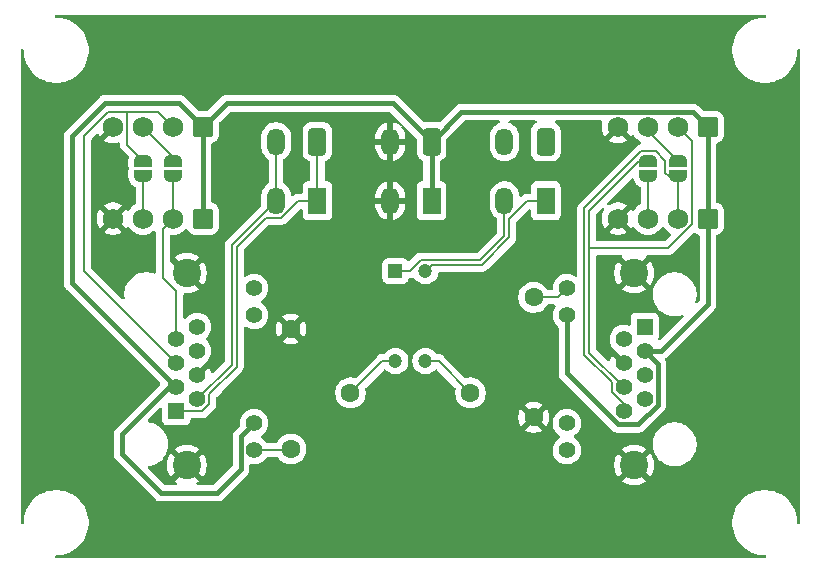
<source format=gbl>
G04 #@! TF.GenerationSoftware,KiCad,Pcbnew,9.0.2*
G04 #@! TF.CreationDate,2025-11-18T17:36:02+08:00*
G04 #@! TF.ProjectId,rio module,72696f20-6d6f-4647-956c-652e6b696361,rev?*
G04 #@! TF.SameCoordinates,Original*
G04 #@! TF.FileFunction,Copper,L2,Bot*
G04 #@! TF.FilePolarity,Positive*
%FSLAX46Y46*%
G04 Gerber Fmt 4.6, Leading zero omitted, Abs format (unit mm)*
G04 Created by KiCad (PCBNEW 9.0.2) date 2025-11-18 17:36:02*
%MOMM*%
%LPD*%
G01*
G04 APERTURE LIST*
G04 Aperture macros list*
%AMRoundRect*
0 Rectangle with rounded corners*
0 $1 Rounding radius*
0 $2 $3 $4 $5 $6 $7 $8 $9 X,Y pos of 4 corners*
0 Add a 4 corners polygon primitive as box body*
4,1,4,$2,$3,$4,$5,$6,$7,$8,$9,$2,$3,0*
0 Add four circle primitives for the rounded corners*
1,1,$1+$1,$2,$3*
1,1,$1+$1,$4,$5*
1,1,$1+$1,$6,$7*
1,1,$1+$1,$8,$9*
0 Add four rect primitives between the rounded corners*
20,1,$1+$1,$2,$3,$4,$5,0*
20,1,$1+$1,$4,$5,$6,$7,0*
20,1,$1+$1,$6,$7,$8,$9,0*
20,1,$1+$1,$8,$9,$2,$3,0*%
%AMFreePoly0*
4,1,23,0.500000,-0.750000,0.000000,-0.750000,0.000000,-0.745722,-0.065263,-0.745722,-0.191342,-0.711940,-0.304381,-0.646677,-0.396677,-0.554381,-0.461940,-0.441342,-0.495722,-0.315263,-0.495722,-0.250000,-0.500000,-0.250000,-0.500000,0.250000,-0.495722,0.250000,-0.495722,0.315263,-0.461940,0.441342,-0.396677,0.554381,-0.304381,0.646677,-0.191342,0.711940,-0.065263,0.745722,0.000000,0.745722,
0.000000,0.750000,0.500000,0.750000,0.500000,-0.750000,0.500000,-0.750000,$1*%
%AMFreePoly1*
4,1,23,0.000000,0.745722,0.065263,0.745722,0.191342,0.711940,0.304381,0.646677,0.396677,0.554381,0.461940,0.441342,0.495722,0.315263,0.495722,0.250000,0.500000,0.250000,0.500000,-0.250000,0.495722,-0.250000,0.495722,-0.315263,0.461940,-0.441342,0.396677,-0.554381,0.304381,-0.646677,0.191342,-0.711940,0.065263,-0.745722,0.000000,-0.745722,0.000000,-0.750000,-0.500000,-0.750000,
-0.500000,0.750000,0.000000,0.750000,0.000000,0.745722,0.000000,0.745722,$1*%
G04 Aperture macros list end*
G04 #@! TA.AperFunction,ComponentPad*
%ADD10R,1.408000X1.408000*%
G04 #@! TD*
G04 #@! TA.AperFunction,ComponentPad*
%ADD11C,1.408000*%
G04 #@! TD*
G04 #@! TA.AperFunction,ComponentPad*
%ADD12C,2.400000*%
G04 #@! TD*
G04 #@! TA.AperFunction,ComponentPad*
%ADD13RoundRect,0.250000X0.620000X0.620000X-0.620000X0.620000X-0.620000X-0.620000X0.620000X-0.620000X0*%
G04 #@! TD*
G04 #@! TA.AperFunction,ComponentPad*
%ADD14C,1.740000*%
G04 #@! TD*
G04 #@! TA.AperFunction,ComponentPad*
%ADD15R,1.500000X2.300000*%
G04 #@! TD*
G04 #@! TA.AperFunction,ComponentPad*
%ADD16RoundRect,0.250001X0.499999X0.899999X-0.499999X0.899999X-0.499999X-0.899999X0.499999X-0.899999X0*%
G04 #@! TD*
G04 #@! TA.AperFunction,ComponentPad*
%ADD17O,1.500000X2.300000*%
G04 #@! TD*
G04 #@! TA.AperFunction,ComponentPad*
%ADD18C,1.600000*%
G04 #@! TD*
G04 #@! TA.AperFunction,ComponentPad*
%ADD19R,1.200000X1.200000*%
G04 #@! TD*
G04 #@! TA.AperFunction,ComponentPad*
%ADD20C,1.200000*%
G04 #@! TD*
G04 #@! TA.AperFunction,SMDPad,CuDef*
%ADD21FreePoly0,270.000000*%
G04 #@! TD*
G04 #@! TA.AperFunction,SMDPad,CuDef*
%ADD22FreePoly1,270.000000*%
G04 #@! TD*
G04 #@! TA.AperFunction,Conductor*
%ADD23C,0.200000*%
G04 #@! TD*
G04 #@! TA.AperFunction,Conductor*
%ADD24C,0.400000*%
G04 #@! TD*
G04 APERTURE END LIST*
D10*
X53290000Y-85810000D03*
D11*
X55070000Y-84790000D03*
X53290000Y-83770000D03*
X55070000Y-82750000D03*
X53290000Y-81730000D03*
X55070000Y-80710000D03*
X53290000Y-79690000D03*
X55070000Y-78670000D03*
X59890000Y-89100000D03*
X59890000Y-86810000D03*
X59890000Y-77670000D03*
X59890000Y-75380000D03*
D12*
X54180000Y-74115000D03*
X54180000Y-90365000D03*
D13*
X98305000Y-61750000D03*
D14*
X95765000Y-61750000D03*
X93225000Y-61750000D03*
X90685000Y-61750000D03*
D15*
X74910000Y-67982500D03*
D16*
X74910000Y-62982500D03*
D17*
X71410000Y-67982500D03*
X71410000Y-62982500D03*
D18*
X83547500Y-76170000D03*
X83547500Y-86330000D03*
D13*
X55555000Y-61750000D03*
D14*
X53015000Y-61750000D03*
X50475000Y-61750000D03*
X47935000Y-61750000D03*
D15*
X65250000Y-67982500D03*
D16*
X65250000Y-62982500D03*
D17*
X61750000Y-67982500D03*
X61750000Y-62982500D03*
D18*
X63000000Y-89000000D03*
X63000000Y-78840000D03*
D13*
X98305000Y-69500000D03*
D14*
X95765000Y-69500000D03*
X93225000Y-69500000D03*
X90685000Y-69500000D03*
D19*
X71855000Y-73940000D03*
D20*
X71855000Y-81560000D03*
X74395000Y-73940000D03*
X74395000Y-81560000D03*
D10*
X92960000Y-78680000D03*
D11*
X91180000Y-79700000D03*
X92960000Y-80720000D03*
X91180000Y-81740000D03*
X92960000Y-82760000D03*
X91180000Y-83780000D03*
X92960000Y-84800000D03*
X91180000Y-85820000D03*
X86360000Y-75390000D03*
X86360000Y-77680000D03*
X86360000Y-86820000D03*
X86360000Y-89110000D03*
D12*
X92070000Y-90375000D03*
X92070000Y-74125000D03*
D18*
X78205000Y-84250000D03*
X68045000Y-84250000D03*
D15*
X84580000Y-68000000D03*
D16*
X84580000Y-63000000D03*
D17*
X81080000Y-68000000D03*
X81080000Y-63000000D03*
D13*
X55555000Y-69500000D03*
D14*
X53015000Y-69500000D03*
X50475000Y-69500000D03*
X47935000Y-69500000D03*
D21*
X95750000Y-64600000D03*
D22*
X95750000Y-65900000D03*
D21*
X93250000Y-64600000D03*
D22*
X93250000Y-65900000D03*
D21*
X53000000Y-64600000D03*
D22*
X53000000Y-65900000D03*
D21*
X50500000Y-64600000D03*
D22*
X50500000Y-65900000D03*
D23*
X83547500Y-76170000D02*
X85580000Y-76170000D01*
X85580000Y-76170000D02*
X86360000Y-75390000D01*
X74000000Y-73000000D02*
X73060000Y-73940000D01*
X79012900Y-73000000D02*
X74000000Y-73000000D01*
X81080000Y-70932900D02*
X79012900Y-73000000D01*
X73060000Y-73940000D02*
X71855000Y-73940000D01*
X81080000Y-68000000D02*
X81080000Y-70932900D01*
X83000000Y-68000000D02*
X81481000Y-69519000D01*
X81481000Y-69519000D02*
X81481000Y-71099000D01*
X84580000Y-68000000D02*
X83000000Y-68000000D01*
X81481000Y-71099000D02*
X79179000Y-73401000D01*
X79179000Y-73401000D02*
X74934000Y-73401000D01*
X74934000Y-73401000D02*
X74395000Y-73940000D01*
D24*
X90722294Y-86925000D02*
X86360000Y-82562706D01*
X44500000Y-62500000D02*
X44500000Y-74980000D01*
X52009448Y-92750000D02*
X56750000Y-92750000D01*
X55555000Y-69500000D02*
X55555000Y-61750000D01*
X47250000Y-59750000D02*
X44500000Y-62500000D01*
X97034000Y-60479000D02*
X98305000Y-61750000D01*
X47250000Y-59750000D02*
X53555000Y-59750000D01*
X52669448Y-83770000D02*
X48699000Y-87740448D01*
X74910000Y-62982500D02*
X77413500Y-60479000D01*
X53555000Y-59750000D02*
X55555000Y-61750000D01*
X74910000Y-62982500D02*
X71677500Y-59750000D01*
X56750000Y-92750000D02*
X58785000Y-90715001D01*
X48699000Y-87740448D02*
X48699000Y-89439552D01*
X53290000Y-83770000D02*
X52669448Y-83770000D01*
X94065000Y-85257706D02*
X92397706Y-86925000D01*
X55580000Y-69475000D02*
X55555000Y-69500000D01*
X92397706Y-86925000D02*
X90722294Y-86925000D01*
X77413500Y-60479000D02*
X97034000Y-60479000D01*
X44500000Y-74980000D02*
X53290000Y-83770000D01*
X58785000Y-87915000D02*
X59890000Y-86810000D01*
X55555000Y-61750000D02*
X57555000Y-59750000D01*
X94065000Y-81825000D02*
X94065000Y-85257706D01*
X98305000Y-69500000D02*
X98305000Y-76767706D01*
X94352706Y-80720000D02*
X92960000Y-80720000D01*
X98305000Y-76767706D02*
X94352706Y-80720000D01*
X48699000Y-89439552D02*
X52009448Y-92750000D01*
X58785000Y-90715001D02*
X58785000Y-87915000D01*
X98305000Y-61750000D02*
X98305000Y-69500000D01*
X86360000Y-82562706D02*
X86360000Y-77680000D01*
X57555000Y-59750000D02*
X71677500Y-59750000D01*
X74910000Y-62982500D02*
X74910000Y-67982500D01*
X92960000Y-80720000D02*
X94065000Y-81825000D01*
D23*
X56075000Y-85206285D02*
X55471285Y-85810000D01*
X55471285Y-85810000D02*
X53290000Y-85810000D01*
X58401000Y-71898600D02*
X58401000Y-82026100D01*
X56075000Y-84352100D02*
X56075000Y-85206285D01*
X62185338Y-69433500D02*
X60866100Y-69433500D01*
X65250000Y-67982500D02*
X63636338Y-67982500D01*
X63636338Y-67982500D02*
X62185338Y-69433500D01*
X65250000Y-62982500D02*
X65250000Y-67982500D01*
X60866100Y-69433500D02*
X58401000Y-71898600D01*
X58401000Y-82026100D02*
X56075000Y-84352100D01*
X61750000Y-67982500D02*
X61750000Y-62982500D01*
X58000000Y-71732500D02*
X61750000Y-67982500D01*
X55070000Y-84790000D02*
X58000000Y-81860000D01*
X58000000Y-81860000D02*
X58000000Y-71732500D01*
X59890000Y-89100000D02*
X62900000Y-89100000D01*
X62900000Y-89100000D02*
X63000000Y-89000000D01*
X74395000Y-81560000D02*
X75515000Y-81560000D01*
X75515000Y-81560000D02*
X78205000Y-84250000D01*
X70735000Y-81560000D02*
X68045000Y-84250000D01*
X71855000Y-81560000D02*
X70735000Y-81560000D01*
X45500000Y-62528955D02*
X47528955Y-60500000D01*
X53290000Y-81730000D02*
X45500000Y-73940000D01*
X49128955Y-63228955D02*
X49128955Y-60628955D01*
X45500000Y-73940000D02*
X45500000Y-62528955D01*
X49128955Y-60628955D02*
X49000000Y-60500000D01*
X51765000Y-60500000D02*
X53015000Y-61750000D01*
X50500000Y-64600000D02*
X49128955Y-63228955D01*
X49000000Y-60500000D02*
X51765000Y-60500000D01*
X47528955Y-60500000D02*
X49000000Y-60500000D01*
X93873100Y-63794000D02*
X94694000Y-64614900D01*
X92666144Y-63794000D02*
X93873100Y-63794000D01*
X95750000Y-65900000D02*
X95750000Y-69485000D01*
X90185808Y-83352907D02*
X87849000Y-81016100D01*
X87849000Y-81016100D02*
X87849000Y-68611144D01*
X90175000Y-84196285D02*
X90175000Y-83363715D01*
X94694000Y-65599000D02*
X94995000Y-65900000D01*
X91180000Y-85201285D02*
X90175000Y-84196285D01*
X87849000Y-68611144D02*
X92666144Y-63794000D01*
X95750000Y-69485000D02*
X95765000Y-69500000D01*
X94995000Y-65900000D02*
X95750000Y-65900000D01*
X94694000Y-64614900D02*
X94694000Y-65599000D01*
X91180000Y-85820000D02*
X91180000Y-85201285D01*
X90175000Y-83363715D02*
X90185808Y-83352907D01*
X88250000Y-68845000D02*
X92495000Y-64600000D01*
X96936000Y-69985045D02*
X94921045Y-72000000D01*
X92495000Y-64600000D02*
X93250000Y-64600000D01*
X88250000Y-80850000D02*
X88250000Y-72000000D01*
X96936000Y-62921000D02*
X96936000Y-69985045D01*
X94921045Y-72000000D02*
X88250000Y-72000000D01*
X88250000Y-72000000D02*
X88250000Y-68845000D01*
X91180000Y-83780000D02*
X88250000Y-80850000D01*
X95765000Y-61750000D02*
X96936000Y-62921000D01*
X52145001Y-70369999D02*
X53015000Y-69500000D01*
X53000000Y-65900000D02*
X53000000Y-69485000D01*
X53290000Y-75670869D02*
X52145001Y-74525870D01*
X53290000Y-79690000D02*
X53290000Y-75670869D01*
X52145001Y-74525870D02*
X52145001Y-70369999D01*
X53000000Y-69485000D02*
X53015000Y-69500000D01*
X53000000Y-64275000D02*
X53000000Y-64600000D01*
X50475000Y-61750000D02*
X53000000Y-64275000D01*
X50500000Y-65900000D02*
X50500000Y-69475000D01*
X50500000Y-69475000D02*
X50475000Y-69500000D01*
X95750000Y-64600000D02*
X93225000Y-62075000D01*
X93225000Y-62075000D02*
X93225000Y-61750000D01*
X93250000Y-65900000D02*
X93250000Y-69475000D01*
X93250000Y-69475000D02*
X93225000Y-69500000D01*
G04 #@! TA.AperFunction,Conductor*
G36*
X97180662Y-70692131D02*
G01*
X97214243Y-70711050D01*
X97216339Y-70712707D01*
X97216344Y-70712712D01*
X97365666Y-70804814D01*
X97510800Y-70852906D01*
X97519504Y-70855791D01*
X97576949Y-70895564D01*
X97603772Y-70960080D01*
X97604500Y-70973497D01*
X97604500Y-76426187D01*
X97584815Y-76493226D01*
X97568185Y-76513863D01*
X97494536Y-76587513D01*
X97462534Y-76619515D01*
X97401211Y-76652999D01*
X97331519Y-76648015D01*
X97275586Y-76606143D01*
X97251169Y-76540678D01*
X97255078Y-76499739D01*
X97256052Y-76496104D01*
X97256054Y-76496100D01*
X97318838Y-76261789D01*
X97350500Y-76021288D01*
X97350500Y-75778712D01*
X97349183Y-75768712D01*
X97332627Y-75642949D01*
X97318838Y-75538211D01*
X97256054Y-75303900D01*
X97163224Y-75079788D01*
X97041936Y-74869711D01*
X96949084Y-74748704D01*
X96894266Y-74677263D01*
X96894260Y-74677256D01*
X96722743Y-74505739D01*
X96722736Y-74505733D01*
X96530293Y-74358067D01*
X96530292Y-74358066D01*
X96530289Y-74358064D01*
X96320212Y-74236776D01*
X96319362Y-74236424D01*
X96096104Y-74143947D01*
X95978944Y-74112554D01*
X95861789Y-74081162D01*
X95861788Y-74081161D01*
X95861785Y-74081161D01*
X95621289Y-74049500D01*
X95621288Y-74049500D01*
X95378712Y-74049500D01*
X95378711Y-74049500D01*
X95138214Y-74081161D01*
X94903895Y-74143947D01*
X94679794Y-74236773D01*
X94679785Y-74236777D01*
X94469706Y-74358067D01*
X94277263Y-74505733D01*
X94277256Y-74505739D01*
X94105739Y-74677256D01*
X94105733Y-74677263D01*
X93958067Y-74869706D01*
X93836777Y-75079785D01*
X93836773Y-75079794D01*
X93743947Y-75303895D01*
X93681161Y-75538214D01*
X93649500Y-75778711D01*
X93649500Y-76021288D01*
X93681161Y-76261785D01*
X93743947Y-76496104D01*
X93827870Y-76698712D01*
X93836776Y-76720212D01*
X93958064Y-76930289D01*
X93958066Y-76930292D01*
X93958067Y-76930293D01*
X94105733Y-77122736D01*
X94105739Y-77122743D01*
X94277256Y-77294260D01*
X94277262Y-77294265D01*
X94469711Y-77441936D01*
X94679788Y-77563224D01*
X94903900Y-77656054D01*
X95138211Y-77718838D01*
X95302753Y-77740500D01*
X95378711Y-77750500D01*
X95378712Y-77750500D01*
X95621289Y-77750500D01*
X95669388Y-77744167D01*
X95861789Y-77718838D01*
X96096100Y-77656054D01*
X96096106Y-77656051D01*
X96099739Y-77655078D01*
X96169589Y-77656741D01*
X96227452Y-77695903D01*
X96254956Y-77760131D01*
X96243370Y-77829034D01*
X96219514Y-77862534D01*
X94297775Y-79784273D01*
X94236452Y-79817758D01*
X94166760Y-79812774D01*
X94110827Y-79770902D01*
X94086410Y-79705438D01*
X94101262Y-79637165D01*
X94105369Y-79630773D01*
X94107793Y-79626334D01*
X94107796Y-79626331D01*
X94158091Y-79491483D01*
X94164500Y-79431873D01*
X94164499Y-77928128D01*
X94158091Y-77868517D01*
X94156726Y-77864858D01*
X94107797Y-77733671D01*
X94107793Y-77733664D01*
X94021547Y-77618455D01*
X94021544Y-77618452D01*
X93906335Y-77532206D01*
X93906328Y-77532202D01*
X93771482Y-77481908D01*
X93771483Y-77481908D01*
X93711883Y-77475501D01*
X93711881Y-77475500D01*
X93711873Y-77475500D01*
X93711864Y-77475500D01*
X92208129Y-77475500D01*
X92208123Y-77475501D01*
X92148516Y-77481908D01*
X92013671Y-77532202D01*
X92013664Y-77532206D01*
X91898455Y-77618452D01*
X91898452Y-77618455D01*
X91812206Y-77733664D01*
X91812202Y-77733671D01*
X91761908Y-77868517D01*
X91760102Y-77885321D01*
X91755501Y-77928123D01*
X91755500Y-77928135D01*
X91755500Y-78449833D01*
X91735815Y-78516872D01*
X91683011Y-78562627D01*
X91613853Y-78572571D01*
X91593182Y-78567764D01*
X91462052Y-78525157D01*
X91274800Y-78495500D01*
X91274796Y-78495500D01*
X91085204Y-78495500D01*
X91085200Y-78495500D01*
X90897949Y-78525157D01*
X90897946Y-78525157D01*
X90897945Y-78525158D01*
X90865864Y-78535582D01*
X90717627Y-78583747D01*
X90548703Y-78669819D01*
X90395319Y-78781260D01*
X90261260Y-78915319D01*
X90149819Y-79068703D01*
X90063747Y-79237627D01*
X90005157Y-79417949D01*
X89975500Y-79605199D01*
X89975500Y-79794800D01*
X90005157Y-79982050D01*
X90005158Y-79982055D01*
X90017325Y-80019500D01*
X90063747Y-80162372D01*
X90107190Y-80247632D01*
X90149819Y-80331296D01*
X90261259Y-80484679D01*
X90395321Y-80618741D01*
X90421255Y-80637583D01*
X90467958Y-80671515D01*
X90481778Y-80689438D01*
X90482385Y-80688832D01*
X91091414Y-81297861D01*
X91006306Y-81320667D01*
X90903694Y-81379910D01*
X90819910Y-81463694D01*
X90760667Y-81566306D01*
X90737861Y-81651414D01*
X90169253Y-81082806D01*
X90150245Y-81108969D01*
X90064210Y-81277821D01*
X90005646Y-81458059D01*
X90002923Y-81475254D01*
X89972991Y-81538387D01*
X89913679Y-81575317D01*
X89843816Y-81574317D01*
X89792769Y-81543533D01*
X88886819Y-80637583D01*
X88853334Y-80576260D01*
X88850500Y-80549902D01*
X88850500Y-72724500D01*
X88870185Y-72657461D01*
X88922989Y-72611706D01*
X88974500Y-72600500D01*
X90935593Y-72600500D01*
X91002632Y-72620185D01*
X91048387Y-72672989D01*
X91059328Y-72732610D01*
X91057595Y-72759042D01*
X91707706Y-73409152D01*
X91691058Y-73416049D01*
X91560030Y-73503599D01*
X91448599Y-73615030D01*
X91361049Y-73746058D01*
X91354153Y-73762706D01*
X90704042Y-73112595D01*
X90653462Y-73178511D01*
X90542054Y-73371479D01*
X90542045Y-73371497D01*
X90456763Y-73577381D01*
X90399088Y-73792632D01*
X90399085Y-73792645D01*
X90370000Y-74013575D01*
X90370000Y-74236424D01*
X90399085Y-74457354D01*
X90399088Y-74457367D01*
X90456763Y-74672618D01*
X90542045Y-74878502D01*
X90542054Y-74878520D01*
X90653464Y-75071491D01*
X90653473Y-75071504D01*
X90704040Y-75137403D01*
X90704043Y-75137403D01*
X91354152Y-74487293D01*
X91361049Y-74503942D01*
X91448599Y-74634970D01*
X91560030Y-74746401D01*
X91691058Y-74833951D01*
X91707705Y-74840846D01*
X91057595Y-75490955D01*
X91057595Y-75490956D01*
X91123507Y-75541533D01*
X91316485Y-75652949D01*
X91316497Y-75652954D01*
X91522381Y-75738236D01*
X91737632Y-75795911D01*
X91737645Y-75795914D01*
X91958575Y-75825000D01*
X92181425Y-75825000D01*
X92402354Y-75795914D01*
X92402367Y-75795911D01*
X92617618Y-75738236D01*
X92823502Y-75652954D01*
X92823514Y-75652949D01*
X93016498Y-75541530D01*
X93082403Y-75490957D01*
X93082404Y-75490956D01*
X92432294Y-74840846D01*
X92448942Y-74833951D01*
X92579970Y-74746401D01*
X92691401Y-74634970D01*
X92778951Y-74503942D01*
X92785846Y-74487294D01*
X93435956Y-75137404D01*
X93435957Y-75137403D01*
X93486530Y-75071498D01*
X93597949Y-74878514D01*
X93597954Y-74878502D01*
X93683236Y-74672618D01*
X93740911Y-74457367D01*
X93740914Y-74457354D01*
X93770000Y-74236424D01*
X93770000Y-74013575D01*
X93740914Y-73792645D01*
X93740911Y-73792632D01*
X93683236Y-73577381D01*
X93597954Y-73371497D01*
X93597949Y-73371485D01*
X93486533Y-73178507D01*
X93435956Y-73112595D01*
X93435955Y-73112595D01*
X92785846Y-73762704D01*
X92778951Y-73746058D01*
X92691401Y-73615030D01*
X92579970Y-73503599D01*
X92448942Y-73416049D01*
X92432293Y-73409152D01*
X93082403Y-72759043D01*
X93080671Y-72732610D01*
X93095929Y-72664427D01*
X93145628Y-72615316D01*
X93204406Y-72600500D01*
X94834376Y-72600500D01*
X94834392Y-72600501D01*
X94841988Y-72600501D01*
X95000099Y-72600501D01*
X95000102Y-72600501D01*
X95152830Y-72559577D01*
X95202949Y-72530639D01*
X95289761Y-72480520D01*
X95401565Y-72368716D01*
X95401565Y-72368714D01*
X95411773Y-72358507D01*
X95411774Y-72358504D01*
X97049649Y-70720630D01*
X97110970Y-70687147D01*
X97180662Y-70692131D01*
G37*
G04 #@! TD.AperFunction*
G04 #@! TA.AperFunction,Conductor*
G36*
X47427141Y-61960362D02*
G01*
X47498891Y-62084638D01*
X47600362Y-62186109D01*
X47724638Y-62257859D01*
X47768846Y-62269704D01*
X47158963Y-62879588D01*
X47158964Y-62879589D01*
X47216958Y-62921724D01*
X47216971Y-62921732D01*
X47409098Y-63019627D01*
X47614190Y-63086265D01*
X47827180Y-63120000D01*
X48042820Y-63120000D01*
X48255809Y-63086266D01*
X48366135Y-63050418D01*
X48435976Y-63048422D01*
X48495809Y-63084502D01*
X48526638Y-63147203D01*
X48528454Y-63168349D01*
X48528454Y-63308009D01*
X48528453Y-63308009D01*
X48569379Y-63460744D01*
X48569380Y-63460745D01*
X48591130Y-63498416D01*
X48591131Y-63498418D01*
X48648430Y-63597664D01*
X48648436Y-63597672D01*
X48767304Y-63716540D01*
X48767310Y-63716545D01*
X49251756Y-64200991D01*
X49285241Y-64262314D01*
X49283850Y-64320765D01*
X49261725Y-64403338D01*
X49244500Y-64534166D01*
X49244500Y-65100002D01*
X49249644Y-65171939D01*
X49260603Y-65209262D01*
X49264363Y-65261841D01*
X49244500Y-65399998D01*
X49244500Y-65965833D01*
X49260266Y-66085582D01*
X49261725Y-66096662D01*
X49295800Y-66223829D01*
X49344312Y-66340947D01*
X49346302Y-66345750D01*
X49346303Y-66345751D01*
X49412120Y-66459749D01*
X49412132Y-66459767D01*
X49453290Y-66513404D01*
X49492459Y-66564449D01*
X49585551Y-66657541D01*
X49585555Y-66657544D01*
X49690232Y-66737867D01*
X49690236Y-66737869D01*
X49690243Y-66737875D01*
X49690250Y-66737879D01*
X49804249Y-66803697D01*
X49804257Y-66803701D01*
X49822951Y-66811444D01*
X49877355Y-66855284D01*
X49899421Y-66921578D01*
X49899500Y-66926006D01*
X49899500Y-68179095D01*
X49879815Y-68246134D01*
X49831796Y-68289579D01*
X49756703Y-68327841D01*
X49679731Y-68383765D01*
X49582179Y-68454641D01*
X49582177Y-68454643D01*
X49582176Y-68454643D01*
X49429642Y-68607177D01*
X49305007Y-68778721D01*
X49249676Y-68821386D01*
X49180063Y-68827365D01*
X49118268Y-68794759D01*
X49104371Y-68778720D01*
X49064588Y-68723964D01*
X49064588Y-68723963D01*
X48454705Y-69333847D01*
X48442859Y-69289638D01*
X48371109Y-69165362D01*
X48269638Y-69063891D01*
X48145362Y-68992141D01*
X48101151Y-68980294D01*
X48711035Y-68370411D01*
X48711034Y-68370410D01*
X48653036Y-68328271D01*
X48460901Y-68230372D01*
X48255809Y-68163734D01*
X48042820Y-68130000D01*
X47827180Y-68130000D01*
X47614190Y-68163734D01*
X47409098Y-68230372D01*
X47216967Y-68328269D01*
X47158964Y-68370410D01*
X47768848Y-68980294D01*
X47724638Y-68992141D01*
X47600362Y-69063891D01*
X47498891Y-69165362D01*
X47427141Y-69289638D01*
X47415294Y-69333848D01*
X46805410Y-68723964D01*
X46763269Y-68781967D01*
X46665372Y-68974098D01*
X46598734Y-69179190D01*
X46565000Y-69392179D01*
X46565000Y-69607820D01*
X46598734Y-69820809D01*
X46665372Y-70025901D01*
X46763271Y-70218036D01*
X46805410Y-70276034D01*
X46805411Y-70276035D01*
X47415294Y-69666151D01*
X47427141Y-69710362D01*
X47498891Y-69834638D01*
X47600362Y-69936109D01*
X47724638Y-70007859D01*
X47768848Y-70019705D01*
X47158963Y-70629588D01*
X47158964Y-70629589D01*
X47216958Y-70671724D01*
X47216971Y-70671732D01*
X47409098Y-70769627D01*
X47614190Y-70836265D01*
X47827180Y-70870000D01*
X48042820Y-70870000D01*
X48255809Y-70836265D01*
X48460901Y-70769627D01*
X48653036Y-70671728D01*
X48711034Y-70629589D01*
X48711034Y-70629588D01*
X48101151Y-70019705D01*
X48145362Y-70007859D01*
X48269638Y-69936109D01*
X48371109Y-69834638D01*
X48442859Y-69710362D01*
X48454705Y-69666151D01*
X49064588Y-70276034D01*
X49104373Y-70221278D01*
X49159703Y-70178613D01*
X49229317Y-70172635D01*
X49291111Y-70205242D01*
X49305007Y-70221278D01*
X49429641Y-70392821D01*
X49582179Y-70545359D01*
X49756701Y-70672157D01*
X49948911Y-70770092D01*
X50154074Y-70836754D01*
X50233973Y-70849408D01*
X50367134Y-70870500D01*
X50367139Y-70870500D01*
X50582866Y-70870500D01*
X50701230Y-70851752D01*
X50795926Y-70836754D01*
X51001089Y-70770092D01*
X51193299Y-70672157D01*
X51347619Y-70560036D01*
X51413421Y-70536558D01*
X51481475Y-70552383D01*
X51530170Y-70602488D01*
X51544501Y-70660356D01*
X51544501Y-74030546D01*
X51524816Y-74097585D01*
X51472012Y-74143340D01*
X51402854Y-74153284D01*
X51373051Y-74145108D01*
X51346106Y-74133948D01*
X51346102Y-74133947D01*
X51346100Y-74133946D01*
X51111789Y-74071162D01*
X51111788Y-74071161D01*
X51111785Y-74071161D01*
X50871289Y-74039500D01*
X50871288Y-74039500D01*
X50628712Y-74039500D01*
X50628711Y-74039500D01*
X50388214Y-74071161D01*
X50153895Y-74133947D01*
X49929794Y-74226773D01*
X49929785Y-74226777D01*
X49719706Y-74348067D01*
X49527263Y-74495733D01*
X49527256Y-74495739D01*
X49355739Y-74667256D01*
X49355733Y-74667263D01*
X49208067Y-74859706D01*
X49208064Y-74859710D01*
X49208064Y-74859711D01*
X49197215Y-74878502D01*
X49086777Y-75069785D01*
X49086773Y-75069794D01*
X48993947Y-75293895D01*
X48931161Y-75528214D01*
X48899500Y-75768711D01*
X48899500Y-76011288D01*
X48924438Y-76200717D01*
X48913672Y-76269752D01*
X48867292Y-76322008D01*
X48800023Y-76340893D01*
X48733223Y-76320412D01*
X48713818Y-76304583D01*
X47546639Y-75137404D01*
X46136819Y-73727583D01*
X46103334Y-73666260D01*
X46100500Y-73639902D01*
X46100500Y-62829052D01*
X46120185Y-62762013D01*
X46136819Y-62741371D01*
X46264098Y-62614092D01*
X46523398Y-62354791D01*
X46584719Y-62321308D01*
X46654410Y-62326292D01*
X46710344Y-62368163D01*
X46721561Y-62386178D01*
X46763269Y-62468033D01*
X46805410Y-62526034D01*
X46805410Y-62526035D01*
X47415294Y-61916151D01*
X47427141Y-61960362D01*
G37*
G04 #@! TD.AperFunction*
G04 #@! TA.AperFunction,Conductor*
G36*
X89462753Y-68583994D02*
G01*
X89518687Y-68625865D01*
X89543104Y-68691330D01*
X89528252Y-68759603D01*
X89519741Y-68773058D01*
X89513271Y-68781962D01*
X89415372Y-68974098D01*
X89348734Y-69179190D01*
X89315000Y-69392179D01*
X89315000Y-69607820D01*
X89348734Y-69820809D01*
X89415372Y-70025901D01*
X89513271Y-70218036D01*
X89555410Y-70276034D01*
X89555410Y-70276035D01*
X90165294Y-69666150D01*
X90177141Y-69710362D01*
X90248891Y-69834638D01*
X90350362Y-69936109D01*
X90474638Y-70007859D01*
X90518848Y-70019705D01*
X89908963Y-70629588D01*
X89908964Y-70629589D01*
X89966958Y-70671724D01*
X89966971Y-70671732D01*
X90159098Y-70769627D01*
X90364190Y-70836265D01*
X90577180Y-70870000D01*
X90792820Y-70870000D01*
X91005809Y-70836265D01*
X91210901Y-70769627D01*
X91403036Y-70671728D01*
X91461034Y-70629589D01*
X91461034Y-70629588D01*
X90851151Y-70019705D01*
X90895362Y-70007859D01*
X91019638Y-69936109D01*
X91121109Y-69834638D01*
X91192859Y-69710362D01*
X91204705Y-69666151D01*
X91814588Y-70276034D01*
X91854373Y-70221278D01*
X91909703Y-70178613D01*
X91979317Y-70172635D01*
X92041111Y-70205242D01*
X92055007Y-70221278D01*
X92179641Y-70392821D01*
X92332179Y-70545359D01*
X92506701Y-70672157D01*
X92698911Y-70770092D01*
X92904074Y-70836754D01*
X92983973Y-70849408D01*
X93117134Y-70870500D01*
X93117139Y-70870500D01*
X93332866Y-70870500D01*
X93451230Y-70851752D01*
X93545926Y-70836754D01*
X93751089Y-70770092D01*
X93943299Y-70672157D01*
X94117821Y-70545359D01*
X94270359Y-70392821D01*
X94394682Y-70221704D01*
X94450012Y-70179040D01*
X94519626Y-70173061D01*
X94581420Y-70205667D01*
X94595315Y-70221702D01*
X94719641Y-70392821D01*
X94872179Y-70545359D01*
X94988110Y-70629588D01*
X95046702Y-70672158D01*
X95128446Y-70713808D01*
X95179243Y-70761782D01*
X95196038Y-70829603D01*
X95173501Y-70895738D01*
X95159834Y-70911974D01*
X95081726Y-70990083D01*
X94708627Y-71363182D01*
X94647306Y-71396666D01*
X94620948Y-71399500D01*
X88974500Y-71399500D01*
X88907461Y-71379815D01*
X88861706Y-71327011D01*
X88850500Y-71275500D01*
X88850500Y-69145097D01*
X88870185Y-69078058D01*
X88886819Y-69057416D01*
X89081900Y-68862335D01*
X89331741Y-68612493D01*
X89393062Y-68579010D01*
X89462753Y-68583994D01*
G37*
G04 #@! TD.AperFunction*
G04 #@! TA.AperFunction,Conductor*
G36*
X91956182Y-66090566D02*
G01*
X92012115Y-66132438D01*
X92032622Y-66174652D01*
X92045798Y-66223825D01*
X92096302Y-66345750D01*
X92096303Y-66345751D01*
X92162120Y-66459749D01*
X92162132Y-66459767D01*
X92203290Y-66513404D01*
X92242459Y-66564449D01*
X92335551Y-66657541D01*
X92335555Y-66657544D01*
X92440232Y-66737867D01*
X92440236Y-66737869D01*
X92440243Y-66737875D01*
X92440250Y-66737879D01*
X92554249Y-66803697D01*
X92554257Y-66803701D01*
X92572951Y-66811444D01*
X92627355Y-66855284D01*
X92649421Y-66921578D01*
X92649500Y-66926006D01*
X92649500Y-68179095D01*
X92629815Y-68246134D01*
X92581796Y-68289579D01*
X92506703Y-68327841D01*
X92429731Y-68383765D01*
X92332179Y-68454641D01*
X92332177Y-68454643D01*
X92332176Y-68454643D01*
X92179642Y-68607177D01*
X92055007Y-68778721D01*
X91999676Y-68821386D01*
X91930063Y-68827365D01*
X91868268Y-68794759D01*
X91854371Y-68778720D01*
X91814588Y-68723964D01*
X91814588Y-68723963D01*
X91204705Y-69333847D01*
X91192859Y-69289638D01*
X91121109Y-69165362D01*
X91019638Y-69063891D01*
X90895362Y-68992141D01*
X90851150Y-68980294D01*
X91461035Y-68370410D01*
X91403036Y-68328271D01*
X91210901Y-68230372D01*
X91005809Y-68163734D01*
X90792820Y-68130000D01*
X90577180Y-68130000D01*
X90364190Y-68163734D01*
X90159098Y-68230372D01*
X89966962Y-68328271D01*
X89958058Y-68334741D01*
X89892251Y-68358218D01*
X89824197Y-68342390D01*
X89775504Y-68292283D01*
X89761631Y-68223804D01*
X89786983Y-68158696D01*
X89797487Y-68146747D01*
X91825169Y-66119065D01*
X91886490Y-66085582D01*
X91956182Y-66090566D01*
G37*
G04 #@! TD.AperFunction*
G04 #@! TA.AperFunction,Conductor*
G36*
X103128244Y-52250670D02*
G01*
X103147324Y-52251670D01*
X103213241Y-52274836D01*
X103256170Y-52329963D01*
X103262480Y-52399547D01*
X103230168Y-52461496D01*
X103169494Y-52496143D01*
X103140834Y-52499500D01*
X102970528Y-52499500D01*
X102663562Y-52534086D01*
X102663544Y-52534089D01*
X102362364Y-52602831D01*
X102362352Y-52602835D01*
X102070777Y-52704862D01*
X102070763Y-52704868D01*
X101792437Y-52838903D01*
X101530858Y-53003264D01*
X101289326Y-53195879D01*
X101070879Y-53414326D01*
X100878264Y-53655858D01*
X100713903Y-53917437D01*
X100579868Y-54195763D01*
X100579862Y-54195777D01*
X100477835Y-54487352D01*
X100477831Y-54487364D01*
X100409089Y-54788544D01*
X100409086Y-54788562D01*
X100374500Y-55095528D01*
X100374500Y-55404471D01*
X100409086Y-55711437D01*
X100409089Y-55711455D01*
X100477831Y-56012635D01*
X100477835Y-56012647D01*
X100579862Y-56304222D01*
X100579868Y-56304236D01*
X100713903Y-56582562D01*
X100713905Y-56582565D01*
X100878265Y-56844143D01*
X101070880Y-57085674D01*
X101289326Y-57304120D01*
X101530857Y-57496735D01*
X101792435Y-57661095D01*
X102070771Y-57795135D01*
X102070777Y-57795137D01*
X102362352Y-57897164D01*
X102362364Y-57897168D01*
X102663548Y-57965911D01*
X102663554Y-57965911D01*
X102663562Y-57965913D01*
X102868206Y-57988970D01*
X102970529Y-58000499D01*
X102970532Y-58000500D01*
X102970535Y-58000500D01*
X103279468Y-58000500D01*
X103279469Y-58000499D01*
X103436356Y-57982822D01*
X103586437Y-57965913D01*
X103586442Y-57965912D01*
X103586452Y-57965911D01*
X103887636Y-57897168D01*
X104179229Y-57795135D01*
X104457565Y-57661095D01*
X104719143Y-57496735D01*
X104960674Y-57304120D01*
X105179120Y-57085674D01*
X105371735Y-56844143D01*
X105536095Y-56582565D01*
X105670135Y-56304229D01*
X105772168Y-56012636D01*
X105840911Y-55711452D01*
X105875500Y-55404465D01*
X105875500Y-55234165D01*
X105884464Y-55203637D01*
X105891819Y-55172677D01*
X105894239Y-55170347D01*
X105895185Y-55167126D01*
X105919224Y-55146295D01*
X105942156Y-55124221D01*
X105945451Y-55123569D01*
X105947989Y-55121371D01*
X105979481Y-55116842D01*
X106010699Y-55110672D01*
X106013822Y-55111905D01*
X106017147Y-55111427D01*
X106046098Y-55124648D01*
X106075687Y-55136331D01*
X106077647Y-55139056D01*
X106080703Y-55140452D01*
X106097905Y-55167219D01*
X106116486Y-55193051D01*
X106117365Y-55197500D01*
X106118477Y-55199230D01*
X106123330Y-55227675D01*
X106124330Y-55246756D01*
X106124500Y-55253246D01*
X106124500Y-95246753D01*
X106124330Y-95253243D01*
X106123330Y-95272324D01*
X106100164Y-95338241D01*
X106045038Y-95381170D01*
X105975453Y-95387480D01*
X105913504Y-95355169D01*
X105878858Y-95294494D01*
X105875500Y-95265834D01*
X105875500Y-95095532D01*
X105875499Y-95095528D01*
X105840913Y-94788562D01*
X105840910Y-94788544D01*
X105772168Y-94487364D01*
X105772164Y-94487352D01*
X105670137Y-94195777D01*
X105670135Y-94195771D01*
X105536095Y-93917435D01*
X105371735Y-93655857D01*
X105179120Y-93414326D01*
X104960674Y-93195880D01*
X104719143Y-93003265D01*
X104457565Y-92838905D01*
X104457562Y-92838903D01*
X104179236Y-92704868D01*
X104179222Y-92704862D01*
X103887647Y-92602835D01*
X103887635Y-92602831D01*
X103586455Y-92534089D01*
X103586437Y-92534086D01*
X103279471Y-92499500D01*
X103279465Y-92499500D01*
X102970535Y-92499500D01*
X102970528Y-92499500D01*
X102663562Y-92534086D01*
X102663544Y-92534089D01*
X102362364Y-92602831D01*
X102362352Y-92602835D01*
X102070777Y-92704862D01*
X102070763Y-92704868D01*
X101792437Y-92838903D01*
X101530858Y-93003264D01*
X101289326Y-93195879D01*
X101070879Y-93414326D01*
X100878264Y-93655858D01*
X100713903Y-93917437D01*
X100579868Y-94195763D01*
X100579862Y-94195777D01*
X100477835Y-94487352D01*
X100477831Y-94487364D01*
X100409089Y-94788544D01*
X100409086Y-94788562D01*
X100374500Y-95095528D01*
X100374500Y-95404471D01*
X100409086Y-95711437D01*
X100409089Y-95711455D01*
X100477831Y-96012635D01*
X100477835Y-96012647D01*
X100579862Y-96304222D01*
X100579868Y-96304236D01*
X100713903Y-96582562D01*
X100713905Y-96582565D01*
X100878265Y-96844143D01*
X101070880Y-97085674D01*
X101289326Y-97304120D01*
X101530857Y-97496735D01*
X101792435Y-97661095D01*
X102070771Y-97795135D01*
X102070777Y-97795137D01*
X102362352Y-97897164D01*
X102362364Y-97897168D01*
X102663548Y-97965911D01*
X102663554Y-97965911D01*
X102663562Y-97965913D01*
X102868206Y-97988970D01*
X102970529Y-98000499D01*
X102970532Y-98000500D01*
X103140834Y-98000500D01*
X103171361Y-98009464D01*
X103202322Y-98016819D01*
X103204651Y-98019239D01*
X103207873Y-98020185D01*
X103228703Y-98044224D01*
X103250778Y-98067156D01*
X103251429Y-98070451D01*
X103253628Y-98072989D01*
X103258156Y-98104481D01*
X103264327Y-98135699D01*
X103263093Y-98138822D01*
X103263572Y-98142147D01*
X103250354Y-98171089D01*
X103238669Y-98200687D01*
X103235941Y-98202648D01*
X103234547Y-98205703D01*
X103207783Y-98222902D01*
X103181948Y-98241486D01*
X103177498Y-98242365D01*
X103175769Y-98243477D01*
X103147324Y-98248330D01*
X103128244Y-98249330D01*
X103121754Y-98249500D01*
X43128246Y-98249500D01*
X43121756Y-98249330D01*
X43102676Y-98248330D01*
X43036759Y-98225164D01*
X42993830Y-98170037D01*
X42987520Y-98100453D01*
X43019832Y-98038504D01*
X43080506Y-98003857D01*
X43109166Y-98000500D01*
X43279468Y-98000500D01*
X43279469Y-98000499D01*
X43436356Y-97982822D01*
X43586437Y-97965913D01*
X43586442Y-97965912D01*
X43586452Y-97965911D01*
X43887636Y-97897168D01*
X44179229Y-97795135D01*
X44457565Y-97661095D01*
X44719143Y-97496735D01*
X44960674Y-97304120D01*
X45179120Y-97085674D01*
X45371735Y-96844143D01*
X45536095Y-96582565D01*
X45670135Y-96304229D01*
X45772168Y-96012636D01*
X45840911Y-95711452D01*
X45875500Y-95404465D01*
X45875500Y-95095535D01*
X45840911Y-94788548D01*
X45772168Y-94487364D01*
X45670135Y-94195771D01*
X45536095Y-93917435D01*
X45371735Y-93655857D01*
X45179120Y-93414326D01*
X44960674Y-93195880D01*
X44719143Y-93003265D01*
X44457565Y-92838905D01*
X44457562Y-92838903D01*
X44179236Y-92704868D01*
X44179222Y-92704862D01*
X43887647Y-92602835D01*
X43887635Y-92602831D01*
X43586455Y-92534089D01*
X43586437Y-92534086D01*
X43279471Y-92499500D01*
X43279465Y-92499500D01*
X42970535Y-92499500D01*
X42970528Y-92499500D01*
X42663562Y-92534086D01*
X42663544Y-92534089D01*
X42362364Y-92602831D01*
X42362352Y-92602835D01*
X42070777Y-92704862D01*
X42070763Y-92704868D01*
X41792437Y-92838903D01*
X41530858Y-93003264D01*
X41289326Y-93195879D01*
X41070879Y-93414326D01*
X40878264Y-93655858D01*
X40713903Y-93917437D01*
X40579868Y-94195763D01*
X40579862Y-94195777D01*
X40477835Y-94487352D01*
X40477831Y-94487364D01*
X40409089Y-94788544D01*
X40409086Y-94788562D01*
X40374500Y-95095528D01*
X40374500Y-95265834D01*
X40365535Y-95296361D01*
X40358181Y-95327322D01*
X40355760Y-95329651D01*
X40354815Y-95332873D01*
X40330775Y-95353703D01*
X40307844Y-95375778D01*
X40304548Y-95376429D01*
X40302011Y-95378628D01*
X40270518Y-95383156D01*
X40239301Y-95389327D01*
X40236177Y-95388093D01*
X40232853Y-95388572D01*
X40203901Y-95375350D01*
X40174313Y-95363668D01*
X40172352Y-95360942D01*
X40169297Y-95359547D01*
X40152094Y-95332779D01*
X40133514Y-95306948D01*
X40132634Y-95302498D01*
X40131523Y-95300769D01*
X40126670Y-95272324D01*
X40125670Y-95253243D01*
X40125500Y-95246753D01*
X40125500Y-75048996D01*
X43799499Y-75048996D01*
X43826418Y-75184322D01*
X43826421Y-75184332D01*
X43879222Y-75311807D01*
X43955887Y-75426545D01*
X43955888Y-75426546D01*
X51901385Y-83372042D01*
X51934870Y-83433365D01*
X51929886Y-83503057D01*
X51901385Y-83547404D01*
X48154887Y-87293902D01*
X48078222Y-87408640D01*
X48025421Y-87536115D01*
X48025418Y-87536127D01*
X48000317Y-87662316D01*
X48000317Y-87662322D01*
X47998500Y-87671455D01*
X47998500Y-89370558D01*
X47998500Y-89508546D01*
X47998500Y-89508548D01*
X47998499Y-89508548D01*
X48025418Y-89643874D01*
X48025421Y-89643884D01*
X48078222Y-89771359D01*
X48154887Y-89886097D01*
X48154888Y-89886098D01*
X51465334Y-93196542D01*
X51562903Y-93294111D01*
X51562907Y-93294115D01*
X51677630Y-93370771D01*
X51677634Y-93370773D01*
X51677637Y-93370775D01*
X51752314Y-93401707D01*
X51805119Y-93423580D01*
X51832039Y-93428934D01*
X51929078Y-93448237D01*
X51940454Y-93450500D01*
X51940455Y-93450500D01*
X56818996Y-93450500D01*
X56927412Y-93428934D01*
X56954328Y-93423580D01*
X57018069Y-93397177D01*
X57081807Y-93370777D01*
X57081808Y-93370776D01*
X57081811Y-93370775D01*
X57196543Y-93294114D01*
X57487393Y-93003264D01*
X58885337Y-91605322D01*
X59329111Y-91161547D01*
X59329112Y-91161546D01*
X59329112Y-91161545D01*
X59329114Y-91161544D01*
X59405775Y-91046812D01*
X59458580Y-90919329D01*
X59485500Y-90783995D01*
X59485500Y-90646007D01*
X59485500Y-90400633D01*
X59505185Y-90333594D01*
X59557989Y-90287839D01*
X59627147Y-90277895D01*
X59628823Y-90278148D01*
X59704428Y-90290122D01*
X59795200Y-90304500D01*
X59795204Y-90304500D01*
X59984800Y-90304500D01*
X60068022Y-90291318D01*
X60172055Y-90274842D01*
X60352368Y-90216254D01*
X60521296Y-90130181D01*
X60674679Y-90018741D01*
X60808741Y-89884679D01*
X60905419Y-89751613D01*
X60960750Y-89708949D01*
X61005737Y-89700500D01*
X61838256Y-89700500D01*
X61905295Y-89720185D01*
X61938573Y-89751614D01*
X61951863Y-89769906D01*
X62008030Y-89847215D01*
X62152786Y-89991971D01*
X62307749Y-90104556D01*
X62318390Y-90112287D01*
X62434607Y-90171503D01*
X62500776Y-90205218D01*
X62500778Y-90205218D01*
X62500781Y-90205220D01*
X62565508Y-90226251D01*
X62695465Y-90268477D01*
X62735652Y-90274842D01*
X62897648Y-90300500D01*
X62897649Y-90300500D01*
X63102351Y-90300500D01*
X63102352Y-90300500D01*
X63304534Y-90268477D01*
X63499219Y-90205220D01*
X63681610Y-90112287D01*
X63806643Y-90021446D01*
X63847213Y-89991971D01*
X63847215Y-89991968D01*
X63847219Y-89991966D01*
X63991966Y-89847219D01*
X63991968Y-89847215D01*
X63991971Y-89847213D01*
X64061425Y-89751616D01*
X64112287Y-89681610D01*
X64205220Y-89499219D01*
X64268477Y-89304534D01*
X64300500Y-89102352D01*
X64300500Y-88897648D01*
X64268477Y-88695466D01*
X64268029Y-88694088D01*
X64205218Y-88500776D01*
X64170070Y-88431795D01*
X64112287Y-88318390D01*
X64104556Y-88307749D01*
X63991971Y-88152786D01*
X63847213Y-88008028D01*
X63681613Y-87887715D01*
X63681612Y-87887714D01*
X63681610Y-87887713D01*
X63616457Y-87854516D01*
X63499223Y-87794781D01*
X63304534Y-87731522D01*
X63129995Y-87703878D01*
X63102352Y-87699500D01*
X62897648Y-87699500D01*
X62873329Y-87703351D01*
X62695465Y-87731522D01*
X62500776Y-87794781D01*
X62318386Y-87887715D01*
X62152786Y-88008028D01*
X62008028Y-88152786D01*
X61887715Y-88318386D01*
X61829930Y-88431795D01*
X61781955Y-88482591D01*
X61719445Y-88499500D01*
X61005737Y-88499500D01*
X60938698Y-88479815D01*
X60905419Y-88448386D01*
X60816005Y-88325319D01*
X60808741Y-88315321D01*
X60674679Y-88181259D01*
X60521296Y-88069819D01*
X60512792Y-88065486D01*
X60461995Y-88017513D01*
X60445198Y-87949692D01*
X60467734Y-87883557D01*
X60512792Y-87844514D01*
X60512803Y-87844508D01*
X60521296Y-87840181D01*
X60674679Y-87728741D01*
X60808741Y-87594679D01*
X60920181Y-87441296D01*
X60963975Y-87355343D01*
X60989159Y-87305920D01*
X60989160Y-87305918D01*
X61006251Y-87272375D01*
X61006251Y-87272371D01*
X61006254Y-87272368D01*
X61064842Y-87092055D01*
X61086106Y-86957796D01*
X61094500Y-86904800D01*
X61094500Y-86715199D01*
X61078023Y-86611171D01*
X61064842Y-86527945D01*
X61006254Y-86347632D01*
X60945137Y-86227682D01*
X82247500Y-86227682D01*
X82247500Y-86432317D01*
X82279509Y-86634417D01*
X82342744Y-86829031D01*
X82435641Y-87011350D01*
X82435647Y-87011359D01*
X82468023Y-87055921D01*
X82468024Y-87055922D01*
X83147500Y-86376446D01*
X83147500Y-86382661D01*
X83174759Y-86484394D01*
X83227420Y-86575606D01*
X83301894Y-86650080D01*
X83393106Y-86702741D01*
X83494839Y-86730000D01*
X83501053Y-86730000D01*
X82821576Y-87409474D01*
X82866150Y-87441859D01*
X83048468Y-87534755D01*
X83243082Y-87597990D01*
X83445183Y-87630000D01*
X83649817Y-87630000D01*
X83851917Y-87597990D01*
X84046531Y-87534755D01*
X84228849Y-87441859D01*
X84273421Y-87409474D01*
X83593947Y-86730000D01*
X83600161Y-86730000D01*
X83701894Y-86702741D01*
X83793106Y-86650080D01*
X83867580Y-86575606D01*
X83920241Y-86484394D01*
X83947500Y-86382661D01*
X83947500Y-86376447D01*
X84626974Y-87055921D01*
X84659359Y-87011349D01*
X84752255Y-86829031D01*
X84785993Y-86725199D01*
X85155500Y-86725199D01*
X85155500Y-86914800D01*
X85178191Y-87058067D01*
X85185158Y-87102055D01*
X85224750Y-87223905D01*
X85243747Y-87282372D01*
X85324724Y-87441296D01*
X85329819Y-87451296D01*
X85441259Y-87604679D01*
X85575321Y-87738741D01*
X85728704Y-87850181D01*
X85728706Y-87850182D01*
X85737211Y-87854516D01*
X85788006Y-87902490D01*
X85804801Y-87970311D01*
X85782263Y-88036446D01*
X85737211Y-88075484D01*
X85728706Y-88079817D01*
X85575319Y-88191260D01*
X85441260Y-88325319D01*
X85329819Y-88478703D01*
X85243747Y-88647627D01*
X85185157Y-88827949D01*
X85155500Y-89015199D01*
X85155500Y-89204800D01*
X85171296Y-89304534D01*
X85185158Y-89392055D01*
X85223009Y-89508546D01*
X85243747Y-89572372D01*
X85299409Y-89681613D01*
X85329819Y-89741296D01*
X85441259Y-89894679D01*
X85575321Y-90028741D01*
X85728704Y-90140181D01*
X85808515Y-90180846D01*
X85897627Y-90226252D01*
X85897629Y-90226252D01*
X85897632Y-90226254D01*
X86077945Y-90284842D01*
X86171574Y-90299671D01*
X86265200Y-90314500D01*
X86265204Y-90314500D01*
X86454800Y-90314500D01*
X86543191Y-90300500D01*
X86642055Y-90284842D01*
X86707507Y-90263575D01*
X90370000Y-90263575D01*
X90370000Y-90486424D01*
X90399085Y-90707354D01*
X90399088Y-90707367D01*
X90456763Y-90922618D01*
X90542045Y-91128502D01*
X90542054Y-91128520D01*
X90653464Y-91321491D01*
X90653473Y-91321504D01*
X90704040Y-91387403D01*
X90704043Y-91387403D01*
X91354152Y-90737293D01*
X91361049Y-90753942D01*
X91448599Y-90884970D01*
X91560030Y-90996401D01*
X91691058Y-91083951D01*
X91707705Y-91090846D01*
X91057595Y-91740955D01*
X91057595Y-91740956D01*
X91123507Y-91791533D01*
X91316485Y-91902949D01*
X91316497Y-91902954D01*
X91522381Y-91988236D01*
X91737632Y-92045911D01*
X91737645Y-92045914D01*
X91958575Y-92075000D01*
X92181425Y-92075000D01*
X92402354Y-92045914D01*
X92402367Y-92045911D01*
X92617618Y-91988236D01*
X92823502Y-91902954D01*
X92823514Y-91902949D01*
X93016498Y-91791530D01*
X93082403Y-91740957D01*
X93082404Y-91740956D01*
X92432294Y-91090846D01*
X92448942Y-91083951D01*
X92579970Y-90996401D01*
X92691401Y-90884970D01*
X92778951Y-90753942D01*
X92785846Y-90737294D01*
X93435956Y-91387404D01*
X93435957Y-91387403D01*
X93486530Y-91321498D01*
X93597949Y-91128514D01*
X93597954Y-91128502D01*
X93683236Y-90922618D01*
X93740911Y-90707367D01*
X93740914Y-90707354D01*
X93770000Y-90486424D01*
X93770000Y-90263575D01*
X93740914Y-90042645D01*
X93740911Y-90042632D01*
X93683236Y-89827381D01*
X93597954Y-89621497D01*
X93597949Y-89621485D01*
X93486533Y-89428507D01*
X93435956Y-89362595D01*
X93435955Y-89362595D01*
X92785846Y-90012704D01*
X92778951Y-89996058D01*
X92691401Y-89865030D01*
X92579970Y-89753599D01*
X92448942Y-89666049D01*
X92432293Y-89659152D01*
X93082403Y-89009043D01*
X93082403Y-89009040D01*
X93016504Y-88958473D01*
X93016491Y-88958464D01*
X92823520Y-88847054D01*
X92823502Y-88847045D01*
X92617618Y-88761763D01*
X92402367Y-88704088D01*
X92402354Y-88704085D01*
X92181425Y-88675000D01*
X91958575Y-88675000D01*
X91737645Y-88704085D01*
X91737632Y-88704088D01*
X91522381Y-88761763D01*
X91316497Y-88847045D01*
X91316479Y-88847054D01*
X91123511Y-88958462D01*
X91057595Y-89009042D01*
X91707706Y-89659152D01*
X91691058Y-89666049D01*
X91560030Y-89753599D01*
X91448599Y-89865030D01*
X91361049Y-89996058D01*
X91354153Y-90012706D01*
X90704042Y-89362595D01*
X90653462Y-89428511D01*
X90542054Y-89621479D01*
X90542045Y-89621497D01*
X90456763Y-89827381D01*
X90399088Y-90042632D01*
X90399085Y-90042645D01*
X90370000Y-90263575D01*
X86707507Y-90263575D01*
X86822368Y-90226254D01*
X86991296Y-90140181D01*
X87144679Y-90028741D01*
X87278741Y-89894679D01*
X87390181Y-89741296D01*
X87476254Y-89572368D01*
X87534842Y-89392055D01*
X87551318Y-89288022D01*
X87564500Y-89204800D01*
X87564500Y-89015199D01*
X87548023Y-88911171D01*
X87534842Y-88827945D01*
X87476254Y-88647632D01*
X87390185Y-88478711D01*
X93649500Y-88478711D01*
X93649500Y-88721288D01*
X93679844Y-88951784D01*
X93681162Y-88961789D01*
X93691144Y-88999042D01*
X93743947Y-89196104D01*
X93825111Y-89392050D01*
X93836776Y-89420212D01*
X93958064Y-89630289D01*
X93958066Y-89630292D01*
X93958067Y-89630293D01*
X94105733Y-89822736D01*
X94105739Y-89822743D01*
X94277256Y-89994260D01*
X94277263Y-89994266D01*
X94299653Y-90011446D01*
X94469711Y-90141936D01*
X94679788Y-90263224D01*
X94903900Y-90356054D01*
X95138211Y-90418838D01*
X95302753Y-90440500D01*
X95378711Y-90450500D01*
X95378712Y-90450500D01*
X95621289Y-90450500D01*
X95672234Y-90443793D01*
X95861789Y-90418838D01*
X96096100Y-90356054D01*
X96320212Y-90263224D01*
X96530289Y-90141936D01*
X96722738Y-89994265D01*
X96894265Y-89822738D01*
X97041936Y-89630289D01*
X97163224Y-89420212D01*
X97256054Y-89196100D01*
X97318838Y-88961789D01*
X97350500Y-88721288D01*
X97350500Y-88478712D01*
X97349183Y-88468712D01*
X97330306Y-88325319D01*
X97318838Y-88238211D01*
X97256054Y-88003900D01*
X97163224Y-87779788D01*
X97041936Y-87569711D01*
X96894265Y-87377262D01*
X96894260Y-87377256D01*
X96722743Y-87205739D01*
X96722736Y-87205733D01*
X96530293Y-87058067D01*
X96530292Y-87058066D01*
X96530289Y-87058064D01*
X96356615Y-86957793D01*
X96320214Y-86936777D01*
X96320205Y-86936773D01*
X96096104Y-86843947D01*
X95861785Y-86781161D01*
X95621289Y-86749500D01*
X95621288Y-86749500D01*
X95378712Y-86749500D01*
X95378711Y-86749500D01*
X95138214Y-86781161D01*
X94903895Y-86843947D01*
X94679794Y-86936773D01*
X94679785Y-86936777D01*
X94469706Y-87058067D01*
X94277263Y-87205733D01*
X94277256Y-87205739D01*
X94105739Y-87377256D01*
X94105733Y-87377263D01*
X93958067Y-87569706D01*
X93958064Y-87569710D01*
X93958064Y-87569711D01*
X93950281Y-87583192D01*
X93836777Y-87779785D01*
X93836773Y-87779794D01*
X93743947Y-88003895D01*
X93681161Y-88238214D01*
X93649500Y-88478711D01*
X87390185Y-88478711D01*
X87390181Y-88478704D01*
X87278741Y-88325321D01*
X87144679Y-88191259D01*
X86991296Y-88079819D01*
X86982792Y-88075486D01*
X86931995Y-88027513D01*
X86915198Y-87959692D01*
X86937734Y-87893557D01*
X86982792Y-87854514D01*
X86982803Y-87854508D01*
X86991296Y-87850181D01*
X87144679Y-87738741D01*
X87278741Y-87604679D01*
X87390181Y-87451296D01*
X87476254Y-87282368D01*
X87534842Y-87102055D01*
X87557690Y-86957793D01*
X87564500Y-86914800D01*
X87564500Y-86725199D01*
X87543854Y-86594845D01*
X87534842Y-86537945D01*
X87476254Y-86357632D01*
X87476252Y-86357629D01*
X87476252Y-86357627D01*
X87390180Y-86188703D01*
X87382922Y-86178713D01*
X87278741Y-86035321D01*
X87144679Y-85901259D01*
X86991296Y-85789819D01*
X86971670Y-85779819D01*
X86822372Y-85703747D01*
X86763905Y-85684750D01*
X86642055Y-85645158D01*
X86642051Y-85645157D01*
X86642050Y-85645157D01*
X86454800Y-85615500D01*
X86454796Y-85615500D01*
X86265204Y-85615500D01*
X86265200Y-85615500D01*
X86077949Y-85645157D01*
X86077946Y-85645157D01*
X86077945Y-85645158D01*
X86019482Y-85664153D01*
X85897627Y-85703747D01*
X85728703Y-85789819D01*
X85575319Y-85901260D01*
X85441260Y-86035319D01*
X85329819Y-86188703D01*
X85243747Y-86357627D01*
X85222927Y-86421706D01*
X85186278Y-86534500D01*
X85185157Y-86537949D01*
X85155500Y-86725199D01*
X84785993Y-86725199D01*
X84800025Y-86682013D01*
X84815490Y-86634417D01*
X84847500Y-86432317D01*
X84847500Y-86227682D01*
X84815490Y-86025582D01*
X84752255Y-85830968D01*
X84659359Y-85648650D01*
X84626974Y-85604077D01*
X84626974Y-85604076D01*
X83947500Y-86283551D01*
X83947500Y-86277339D01*
X83920241Y-86175606D01*
X83867580Y-86084394D01*
X83793106Y-86009920D01*
X83701894Y-85957259D01*
X83600161Y-85930000D01*
X83593946Y-85930000D01*
X84273422Y-85250524D01*
X84273421Y-85250523D01*
X84228859Y-85218147D01*
X84228850Y-85218141D01*
X84046531Y-85125244D01*
X83851917Y-85062009D01*
X83649817Y-85030000D01*
X83445183Y-85030000D01*
X83243082Y-85062009D01*
X83048468Y-85125244D01*
X82866144Y-85218143D01*
X82821577Y-85250523D01*
X82821577Y-85250524D01*
X83501054Y-85930000D01*
X83494839Y-85930000D01*
X83393106Y-85957259D01*
X83301894Y-86009920D01*
X83227420Y-86084394D01*
X83174759Y-86175606D01*
X83147500Y-86277339D01*
X83147500Y-86283553D01*
X82468024Y-85604077D01*
X82468023Y-85604077D01*
X82435643Y-85648644D01*
X82342744Y-85830968D01*
X82279509Y-86025582D01*
X82247500Y-86227682D01*
X60945137Y-86227682D01*
X60920181Y-86178704D01*
X60808741Y-86025321D01*
X60674679Y-85891259D01*
X60521296Y-85779819D01*
X60352372Y-85693747D01*
X60293905Y-85674750D01*
X60172055Y-85635158D01*
X60172051Y-85635157D01*
X60172050Y-85635157D01*
X59984800Y-85605500D01*
X59984796Y-85605500D01*
X59795204Y-85605500D01*
X59795200Y-85605500D01*
X59607949Y-85635157D01*
X59607946Y-85635157D01*
X59607945Y-85635158D01*
X59549482Y-85654153D01*
X59427627Y-85693747D01*
X59258703Y-85779819D01*
X59105319Y-85891260D01*
X58971260Y-86025319D01*
X58859819Y-86178703D01*
X58773747Y-86347627D01*
X58715157Y-86527949D01*
X58685500Y-86715199D01*
X58685500Y-86904796D01*
X58691893Y-86945164D01*
X58682937Y-87014457D01*
X58657100Y-87052241D01*
X58240887Y-87468454D01*
X58164223Y-87583192D01*
X58111421Y-87710668D01*
X58111418Y-87710680D01*
X58101508Y-87760501D01*
X58101508Y-87760502D01*
X58084500Y-87846004D01*
X58084500Y-90373481D01*
X58064815Y-90440520D01*
X58048181Y-90461162D01*
X56496162Y-92013181D01*
X56434839Y-92046666D01*
X56408481Y-92049500D01*
X55125135Y-92049500D01*
X55058096Y-92029815D01*
X55012341Y-91977011D01*
X55002397Y-91907853D01*
X55031422Y-91844297D01*
X55063136Y-91818113D01*
X55126492Y-91781534D01*
X55126497Y-91781530D01*
X55192403Y-91730957D01*
X55192404Y-91730956D01*
X54542294Y-91080846D01*
X54558942Y-91073951D01*
X54689970Y-90986401D01*
X54801401Y-90874970D01*
X54888951Y-90743942D01*
X54895846Y-90727294D01*
X55545956Y-91377404D01*
X55545957Y-91377403D01*
X55596530Y-91311498D01*
X55707949Y-91118514D01*
X55707954Y-91118502D01*
X55793236Y-90912618D01*
X55850911Y-90697367D01*
X55850914Y-90697354D01*
X55880000Y-90476424D01*
X55880000Y-90253575D01*
X55850914Y-90032645D01*
X55850911Y-90032632D01*
X55793236Y-89817381D01*
X55707954Y-89611497D01*
X55707949Y-89611485D01*
X55596533Y-89418507D01*
X55545956Y-89352595D01*
X55545955Y-89352595D01*
X54895846Y-90002704D01*
X54888951Y-89986058D01*
X54801401Y-89855030D01*
X54689970Y-89743599D01*
X54558942Y-89656049D01*
X54542293Y-89649152D01*
X55192403Y-88999043D01*
X55192403Y-88999040D01*
X55126504Y-88948473D01*
X55126491Y-88948464D01*
X54933520Y-88837054D01*
X54933502Y-88837045D01*
X54727618Y-88751763D01*
X54512367Y-88694088D01*
X54512354Y-88694085D01*
X54291425Y-88665000D01*
X54068575Y-88665000D01*
X53847645Y-88694085D01*
X53847632Y-88694088D01*
X53632381Y-88751763D01*
X53426497Y-88837045D01*
X53426479Y-88837054D01*
X53233511Y-88948462D01*
X53167595Y-88999042D01*
X53817706Y-89649152D01*
X53801058Y-89656049D01*
X53670030Y-89743599D01*
X53558599Y-89855030D01*
X53471049Y-89986058D01*
X53464153Y-90002706D01*
X52814042Y-89352595D01*
X52763462Y-89418511D01*
X52652054Y-89611479D01*
X52652045Y-89611497D01*
X52566763Y-89817381D01*
X52509088Y-90032632D01*
X52509085Y-90032645D01*
X52480000Y-90253575D01*
X52480000Y-90476424D01*
X52509085Y-90697354D01*
X52509088Y-90697367D01*
X52566763Y-90912618D01*
X52652045Y-91118502D01*
X52652054Y-91118520D01*
X52763464Y-91311491D01*
X52763473Y-91311504D01*
X52814040Y-91377403D01*
X52814043Y-91377403D01*
X53464152Y-90727293D01*
X53471049Y-90743942D01*
X53558599Y-90874970D01*
X53670030Y-90986401D01*
X53801058Y-91073951D01*
X53817705Y-91080846D01*
X53167595Y-91730955D01*
X53167595Y-91730956D01*
X53233510Y-91781535D01*
X53296864Y-91818113D01*
X53345080Y-91868679D01*
X53358304Y-91937286D01*
X53332336Y-92002151D01*
X53275422Y-92042680D01*
X53234865Y-92049500D01*
X52350966Y-92049500D01*
X52283927Y-92029815D01*
X52263285Y-92013181D01*
X50889424Y-90639319D01*
X50855939Y-90577996D01*
X50860923Y-90508304D01*
X50902795Y-90452371D01*
X50960918Y-90428700D01*
X51111789Y-90408838D01*
X51346100Y-90346054D01*
X51570212Y-90253224D01*
X51780289Y-90131936D01*
X51972738Y-89984265D01*
X52144265Y-89812738D01*
X52291936Y-89620289D01*
X52413224Y-89410212D01*
X52506054Y-89186100D01*
X52568838Y-88951789D01*
X52600500Y-88711288D01*
X52600500Y-88468712D01*
X52568838Y-88228211D01*
X52506054Y-87993900D01*
X52413224Y-87769788D01*
X52291936Y-87559711D01*
X52222417Y-87469112D01*
X52144266Y-87367263D01*
X52144260Y-87367256D01*
X51972743Y-87195739D01*
X51972736Y-87195733D01*
X51780293Y-87048067D01*
X51780292Y-87048066D01*
X51780289Y-87048064D01*
X51570212Y-86926776D01*
X51570205Y-86926773D01*
X51346104Y-86833947D01*
X51111785Y-86771161D01*
X50960920Y-86751300D01*
X50897023Y-86723034D01*
X50858552Y-86664709D01*
X50857721Y-86594845D01*
X50889422Y-86540682D01*
X51873821Y-85556282D01*
X51935142Y-85522799D01*
X52004833Y-85527783D01*
X52060767Y-85569655D01*
X52085184Y-85635119D01*
X52085500Y-85643965D01*
X52085500Y-86561870D01*
X52085501Y-86561876D01*
X52091908Y-86621483D01*
X52142202Y-86756328D01*
X52142206Y-86756335D01*
X52228452Y-86871544D01*
X52228455Y-86871547D01*
X52343664Y-86957793D01*
X52343671Y-86957797D01*
X52478517Y-87008091D01*
X52478516Y-87008091D01*
X52485444Y-87008835D01*
X52538127Y-87014500D01*
X54041872Y-87014499D01*
X54101483Y-87008091D01*
X54236331Y-86957796D01*
X54351546Y-86871546D01*
X54437796Y-86756331D01*
X54488091Y-86621483D01*
X54494500Y-86561873D01*
X54494500Y-86534500D01*
X54514185Y-86467461D01*
X54566989Y-86421706D01*
X54618500Y-86410500D01*
X55384616Y-86410500D01*
X55384632Y-86410501D01*
X55392228Y-86410501D01*
X55550339Y-86410501D01*
X55550342Y-86410501D01*
X55703070Y-86369577D01*
X55753189Y-86340639D01*
X55840001Y-86290520D01*
X55951805Y-86178716D01*
X55951805Y-86178714D01*
X55962013Y-86168507D01*
X55962015Y-86168504D01*
X56433506Y-85697013D01*
X56433511Y-85697009D01*
X56443714Y-85686805D01*
X56443716Y-85686805D01*
X56555520Y-85575001D01*
X56620739Y-85462038D01*
X56632721Y-85441285D01*
X56632723Y-85441279D01*
X56634577Y-85438070D01*
X56675501Y-85285342D01*
X56675501Y-85127228D01*
X56675501Y-85119633D01*
X56675500Y-85119615D01*
X56675500Y-84652197D01*
X56695185Y-84585158D01*
X56711819Y-84564516D01*
X57128687Y-84147648D01*
X66744500Y-84147648D01*
X66744500Y-84352351D01*
X66776522Y-84554534D01*
X66839781Y-84749223D01*
X66932715Y-84931613D01*
X67053028Y-85097213D01*
X67197786Y-85241971D01*
X67314408Y-85326700D01*
X67363390Y-85362287D01*
X67479607Y-85421503D01*
X67545776Y-85455218D01*
X67545778Y-85455218D01*
X67545781Y-85455220D01*
X67650137Y-85489127D01*
X67740465Y-85518477D01*
X67841557Y-85534488D01*
X67942648Y-85550500D01*
X67942649Y-85550500D01*
X68147351Y-85550500D01*
X68147352Y-85550500D01*
X68349534Y-85518477D01*
X68544219Y-85455220D01*
X68726610Y-85362287D01*
X68832521Y-85285339D01*
X68892213Y-85241971D01*
X68892215Y-85241968D01*
X68892219Y-85241966D01*
X69036966Y-85097219D01*
X69036968Y-85097215D01*
X69036971Y-85097213D01*
X69089732Y-85024590D01*
X69157287Y-84931610D01*
X69250220Y-84749219D01*
X69313477Y-84554534D01*
X69345500Y-84352352D01*
X69345500Y-84147648D01*
X69313477Y-83945466D01*
X69308825Y-83931151D01*
X69306832Y-83861312D01*
X69339075Y-83805158D01*
X70853765Y-82290469D01*
X70915088Y-82256984D01*
X70984780Y-82261968D01*
X71029127Y-82290469D01*
X71138072Y-82399414D01*
X71278212Y-82501232D01*
X71432555Y-82579873D01*
X71597299Y-82633402D01*
X71768389Y-82660500D01*
X71768390Y-82660500D01*
X71941610Y-82660500D01*
X71941611Y-82660500D01*
X72112701Y-82633402D01*
X72277445Y-82579873D01*
X72431788Y-82501232D01*
X72571928Y-82399414D01*
X72694414Y-82276928D01*
X72796232Y-82136788D01*
X72874873Y-81982445D01*
X72928402Y-81817701D01*
X72955500Y-81646611D01*
X72955500Y-81473389D01*
X73294500Y-81473389D01*
X73294500Y-81646610D01*
X73318674Y-81799244D01*
X73321598Y-81817701D01*
X73375127Y-81982445D01*
X73453768Y-82136788D01*
X73555586Y-82276928D01*
X73678072Y-82399414D01*
X73818212Y-82501232D01*
X73972555Y-82579873D01*
X74137299Y-82633402D01*
X74308389Y-82660500D01*
X74308390Y-82660500D01*
X74481610Y-82660500D01*
X74481611Y-82660500D01*
X74652701Y-82633402D01*
X74817445Y-82579873D01*
X74971788Y-82501232D01*
X75111928Y-82399414D01*
X75220875Y-82290466D01*
X75282194Y-82256984D01*
X75351886Y-82261968D01*
X75396234Y-82290469D01*
X76910922Y-83805157D01*
X76944407Y-83866480D01*
X76941173Y-83931155D01*
X76936522Y-83945468D01*
X76904500Y-84147648D01*
X76904500Y-84352351D01*
X76936522Y-84554534D01*
X76999781Y-84749223D01*
X77092715Y-84931613D01*
X77213028Y-85097213D01*
X77357786Y-85241971D01*
X77474408Y-85326700D01*
X77523390Y-85362287D01*
X77639607Y-85421503D01*
X77705776Y-85455218D01*
X77705778Y-85455218D01*
X77705781Y-85455220D01*
X77810137Y-85489127D01*
X77900465Y-85518477D01*
X78001557Y-85534488D01*
X78102648Y-85550500D01*
X78102649Y-85550500D01*
X78307351Y-85550500D01*
X78307352Y-85550500D01*
X78509534Y-85518477D01*
X78704219Y-85455220D01*
X78886610Y-85362287D01*
X78992521Y-85285339D01*
X79052213Y-85241971D01*
X79052215Y-85241968D01*
X79052219Y-85241966D01*
X79196966Y-85097219D01*
X79196968Y-85097215D01*
X79196971Y-85097213D01*
X79249732Y-85024590D01*
X79317287Y-84931610D01*
X79410220Y-84749219D01*
X79473477Y-84554534D01*
X79505500Y-84352352D01*
X79505500Y-84147648D01*
X79473477Y-83945466D01*
X79410220Y-83750781D01*
X79410218Y-83750778D01*
X79410218Y-83750776D01*
X79376503Y-83684607D01*
X79317287Y-83568390D01*
X79302040Y-83547404D01*
X79196971Y-83402786D01*
X79052213Y-83258028D01*
X78886613Y-83137715D01*
X78886612Y-83137714D01*
X78886610Y-83137713D01*
X78829653Y-83108691D01*
X78704223Y-83044781D01*
X78509534Y-82981522D01*
X78334995Y-82953878D01*
X78307352Y-82949500D01*
X78102648Y-82949500D01*
X78064599Y-82955526D01*
X77900468Y-82981522D01*
X77891717Y-82984365D01*
X77886154Y-82986173D01*
X77816313Y-82988167D01*
X77760157Y-82955922D01*
X76002590Y-81198355D01*
X76002588Y-81198352D01*
X75883717Y-81079481D01*
X75883716Y-81079480D01*
X75796904Y-81029360D01*
X75796904Y-81029359D01*
X75796900Y-81029358D01*
X75746785Y-81000423D01*
X75594057Y-80959499D01*
X75435943Y-80959499D01*
X75428347Y-80959499D01*
X75428331Y-80959500D01*
X75382185Y-80959500D01*
X75315146Y-80939815D01*
X75281867Y-80908386D01*
X75279044Y-80904500D01*
X75234414Y-80843072D01*
X75111928Y-80720586D01*
X74971788Y-80618768D01*
X74817445Y-80540127D01*
X74652701Y-80486598D01*
X74652699Y-80486597D01*
X74652698Y-80486597D01*
X74521271Y-80465781D01*
X74481611Y-80459500D01*
X74308389Y-80459500D01*
X74268728Y-80465781D01*
X74137302Y-80486597D01*
X73972552Y-80540128D01*
X73818211Y-80618768D01*
X73792315Y-80637583D01*
X73678072Y-80720586D01*
X73678070Y-80720588D01*
X73678069Y-80720588D01*
X73555588Y-80843069D01*
X73555588Y-80843070D01*
X73555586Y-80843072D01*
X73532504Y-80874842D01*
X73453768Y-80983211D01*
X73375128Y-81137552D01*
X73321597Y-81302302D01*
X73294500Y-81473389D01*
X72955500Y-81473389D01*
X72928402Y-81302299D01*
X72874873Y-81137555D01*
X72796232Y-80983212D01*
X72694414Y-80843072D01*
X72571928Y-80720586D01*
X72431788Y-80618768D01*
X72277445Y-80540127D01*
X72112701Y-80486598D01*
X72112699Y-80486597D01*
X72112698Y-80486597D01*
X71981271Y-80465781D01*
X71941611Y-80459500D01*
X71768389Y-80459500D01*
X71728728Y-80465781D01*
X71597302Y-80486597D01*
X71432552Y-80540128D01*
X71278211Y-80618768D01*
X71252315Y-80637583D01*
X71138072Y-80720586D01*
X71138070Y-80720588D01*
X71138069Y-80720588D01*
X71015588Y-80843069D01*
X71015588Y-80843070D01*
X71015586Y-80843072D01*
X70992504Y-80874842D01*
X70968133Y-80908386D01*
X70912803Y-80951051D01*
X70867815Y-80959500D01*
X70655940Y-80959500D01*
X70615019Y-80970464D01*
X70615019Y-80970465D01*
X70577751Y-80980451D01*
X70503214Y-81000423D01*
X70503209Y-81000426D01*
X70366290Y-81079475D01*
X70366282Y-81079481D01*
X70254478Y-81191286D01*
X68489842Y-82955921D01*
X68428519Y-82989406D01*
X68363848Y-82986173D01*
X68349534Y-82981522D01*
X68174995Y-82953878D01*
X68147352Y-82949500D01*
X67942648Y-82949500D01*
X67918329Y-82953351D01*
X67740465Y-82981522D01*
X67545776Y-83044781D01*
X67363386Y-83137715D01*
X67197786Y-83258028D01*
X67053028Y-83402786D01*
X66932715Y-83568386D01*
X66839781Y-83750776D01*
X66776522Y-83945465D01*
X66744500Y-84147648D01*
X57128687Y-84147648D01*
X57773278Y-83503057D01*
X58881520Y-82394816D01*
X58960577Y-82257884D01*
X59001501Y-82105157D01*
X59001501Y-81947042D01*
X59001501Y-81939447D01*
X59001500Y-81939429D01*
X59001500Y-78756674D01*
X59021185Y-78689635D01*
X59073989Y-78643880D01*
X59143147Y-78633936D01*
X59198384Y-78656355D01*
X59237702Y-78684922D01*
X59258702Y-78700180D01*
X59427627Y-78786252D01*
X59427629Y-78786252D01*
X59427632Y-78786254D01*
X59607945Y-78844842D01*
X59701574Y-78859671D01*
X59795200Y-78874500D01*
X59795204Y-78874500D01*
X59984800Y-78874500D01*
X60068022Y-78861318D01*
X60172055Y-78844842D01*
X60352368Y-78786254D01*
X60447696Y-78737682D01*
X61700000Y-78737682D01*
X61700000Y-78942317D01*
X61732009Y-79144417D01*
X61795244Y-79339031D01*
X61888141Y-79521350D01*
X61888147Y-79521359D01*
X61920523Y-79565921D01*
X61920524Y-79565922D01*
X62600000Y-78886446D01*
X62600000Y-78892661D01*
X62627259Y-78994394D01*
X62679920Y-79085606D01*
X62754394Y-79160080D01*
X62845606Y-79212741D01*
X62947339Y-79240000D01*
X62953553Y-79240000D01*
X62274076Y-79919474D01*
X62318650Y-79951859D01*
X62500968Y-80044755D01*
X62695582Y-80107990D01*
X62897683Y-80140000D01*
X63102317Y-80140000D01*
X63304417Y-80107990D01*
X63499031Y-80044755D01*
X63681349Y-79951859D01*
X63725921Y-79919474D01*
X63046447Y-79240000D01*
X63052661Y-79240000D01*
X63154394Y-79212741D01*
X63245606Y-79160080D01*
X63320080Y-79085606D01*
X63372741Y-78994394D01*
X63400000Y-78892661D01*
X63400000Y-78886447D01*
X64079474Y-79565921D01*
X64111859Y-79521349D01*
X64204755Y-79339031D01*
X64267990Y-79144417D01*
X64300000Y-78942317D01*
X64300000Y-78737682D01*
X64267990Y-78535582D01*
X64204755Y-78340968D01*
X64111859Y-78158650D01*
X64079474Y-78114077D01*
X64079474Y-78114076D01*
X63400000Y-78793551D01*
X63400000Y-78787339D01*
X63372741Y-78685606D01*
X63320080Y-78594394D01*
X63245606Y-78519920D01*
X63154394Y-78467259D01*
X63052661Y-78440000D01*
X63046446Y-78440000D01*
X63725922Y-77760524D01*
X63725921Y-77760523D01*
X63681359Y-77728147D01*
X63681350Y-77728141D01*
X63499031Y-77635244D01*
X63304417Y-77572009D01*
X63102317Y-77540000D01*
X62897683Y-77540000D01*
X62695582Y-77572009D01*
X62500968Y-77635244D01*
X62318644Y-77728143D01*
X62274077Y-77760523D01*
X62274077Y-77760524D01*
X62953554Y-78440000D01*
X62947339Y-78440000D01*
X62845606Y-78467259D01*
X62754394Y-78519920D01*
X62679920Y-78594394D01*
X62627259Y-78685606D01*
X62600000Y-78787339D01*
X62600000Y-78793553D01*
X61920524Y-78114077D01*
X61920523Y-78114077D01*
X61888143Y-78158644D01*
X61795244Y-78340968D01*
X61732009Y-78535582D01*
X61700000Y-78737682D01*
X60447696Y-78737682D01*
X60521296Y-78700181D01*
X60674679Y-78588741D01*
X60808741Y-78454679D01*
X60920181Y-78301296D01*
X61006254Y-78132368D01*
X61064842Y-77952055D01*
X61084326Y-77829034D01*
X61090750Y-77788478D01*
X61090764Y-77788387D01*
X61094500Y-77764796D01*
X61094500Y-77575199D01*
X61071809Y-77431936D01*
X61064842Y-77387945D01*
X61006254Y-77207632D01*
X61006252Y-77207629D01*
X61006252Y-77207627D01*
X60925276Y-77048704D01*
X60920181Y-77038704D01*
X60808741Y-76885321D01*
X60674679Y-76751259D01*
X60521296Y-76639819D01*
X60512792Y-76635486D01*
X60461995Y-76587513D01*
X60445198Y-76519692D01*
X60467734Y-76453557D01*
X60512792Y-76414514D01*
X60512803Y-76414508D01*
X60521296Y-76410181D01*
X60674679Y-76298741D01*
X60808741Y-76164679D01*
X60920181Y-76011296D01*
X61006254Y-75842368D01*
X61064842Y-75662055D01*
X61084456Y-75538214D01*
X61094500Y-75474800D01*
X61094500Y-75285199D01*
X61077526Y-75178034D01*
X61064842Y-75097945D01*
X61006254Y-74917632D01*
X61006252Y-74917629D01*
X61006252Y-74917627D01*
X60937313Y-74782328D01*
X60920181Y-74748704D01*
X60808741Y-74595321D01*
X60674679Y-74461259D01*
X60521296Y-74349819D01*
X60517852Y-74348064D01*
X60352372Y-74263747D01*
X60269364Y-74236776D01*
X60172055Y-74205158D01*
X60172051Y-74205157D01*
X60172050Y-74205157D01*
X59984800Y-74175500D01*
X59984796Y-74175500D01*
X59795204Y-74175500D01*
X59795200Y-74175500D01*
X59607949Y-74205157D01*
X59607946Y-74205157D01*
X59607945Y-74205158D01*
X59549482Y-74224153D01*
X59427627Y-74263747D01*
X59258703Y-74349819D01*
X59198386Y-74393643D01*
X59132579Y-74417123D01*
X59064526Y-74401298D01*
X59015831Y-74351192D01*
X59001500Y-74293325D01*
X59001500Y-73292135D01*
X70754500Y-73292135D01*
X70754500Y-74587870D01*
X70754501Y-74587876D01*
X70760908Y-74647483D01*
X70811202Y-74782328D01*
X70811206Y-74782335D01*
X70897452Y-74897544D01*
X70897455Y-74897547D01*
X71012664Y-74983793D01*
X71012671Y-74983797D01*
X71147517Y-75034091D01*
X71147516Y-75034091D01*
X71154444Y-75034835D01*
X71207127Y-75040500D01*
X72502872Y-75040499D01*
X72562483Y-75034091D01*
X72697331Y-74983796D01*
X72812546Y-74897546D01*
X72898796Y-74782331D01*
X72949091Y-74647483D01*
X72949091Y-74647481D01*
X72950874Y-74639938D01*
X72953146Y-74640474D01*
X72975431Y-74586687D01*
X73032827Y-74546843D01*
X73071976Y-74540501D01*
X73139054Y-74540501D01*
X73139057Y-74540501D01*
X73291785Y-74499577D01*
X73298433Y-74495739D01*
X73300397Y-74494605D01*
X73368297Y-74478131D01*
X73434325Y-74500983D01*
X73462716Y-74529104D01*
X73555586Y-74656928D01*
X73678072Y-74779414D01*
X73818212Y-74881232D01*
X73972555Y-74959873D01*
X74137299Y-75013402D01*
X74308389Y-75040500D01*
X74308390Y-75040500D01*
X74481610Y-75040500D01*
X74481611Y-75040500D01*
X74652701Y-75013402D01*
X74817445Y-74959873D01*
X74971788Y-74881232D01*
X75111928Y-74779414D01*
X75234414Y-74656928D01*
X75336232Y-74516788D01*
X75414873Y-74362445D01*
X75468402Y-74197701D01*
X75482910Y-74106102D01*
X75512839Y-74042967D01*
X75572151Y-74006036D01*
X75605383Y-74001500D01*
X79092331Y-74001500D01*
X79092347Y-74001501D01*
X79099943Y-74001501D01*
X79258054Y-74001501D01*
X79258057Y-74001501D01*
X79410785Y-73960577D01*
X79460904Y-73931639D01*
X79547716Y-73881520D01*
X79659520Y-73769716D01*
X79659520Y-73769714D01*
X79669728Y-73759507D01*
X79669729Y-73759504D01*
X81961520Y-71467716D01*
X82040577Y-71330784D01*
X82081501Y-71178057D01*
X82081501Y-71019942D01*
X82081501Y-71012347D01*
X82081500Y-71012329D01*
X82081500Y-69819097D01*
X82101185Y-69752058D01*
X82117819Y-69731416D01*
X83117820Y-68731415D01*
X83179143Y-68697930D01*
X83248835Y-68702914D01*
X83304768Y-68744786D01*
X83329185Y-68810250D01*
X83329501Y-68819096D01*
X83329501Y-69197876D01*
X83335908Y-69257483D01*
X83386202Y-69392328D01*
X83386206Y-69392335D01*
X83472452Y-69507544D01*
X83472455Y-69507547D01*
X83587664Y-69593793D01*
X83587671Y-69593797D01*
X83722517Y-69644091D01*
X83722516Y-69644091D01*
X83729444Y-69644835D01*
X83782127Y-69650500D01*
X85377872Y-69650499D01*
X85437483Y-69644091D01*
X85572331Y-69593796D01*
X85687546Y-69507546D01*
X85773796Y-69392331D01*
X85824091Y-69257483D01*
X85830500Y-69197873D01*
X85830499Y-66802128D01*
X85824091Y-66742517D01*
X85822361Y-66737879D01*
X85773797Y-66607671D01*
X85773793Y-66607664D01*
X85687547Y-66492455D01*
X85687544Y-66492452D01*
X85572335Y-66406206D01*
X85572328Y-66406202D01*
X85437482Y-66355908D01*
X85437483Y-66355908D01*
X85377883Y-66349501D01*
X85377881Y-66349500D01*
X85377873Y-66349500D01*
X85377864Y-66349500D01*
X83782129Y-66349500D01*
X83782123Y-66349501D01*
X83722516Y-66355908D01*
X83587671Y-66406202D01*
X83587664Y-66406206D01*
X83472455Y-66492452D01*
X83472452Y-66492455D01*
X83386206Y-66607664D01*
X83386202Y-66607671D01*
X83335908Y-66742517D01*
X83331303Y-66785354D01*
X83329501Y-66802123D01*
X83329500Y-66802135D01*
X83329500Y-67275500D01*
X83309815Y-67342539D01*
X83257011Y-67388294D01*
X83205500Y-67399500D01*
X82920941Y-67399500D01*
X82897758Y-67405711D01*
X82897759Y-67405712D01*
X82768214Y-67440423D01*
X82768209Y-67440426D01*
X82631290Y-67519475D01*
X82631282Y-67519481D01*
X82542181Y-67608583D01*
X82480858Y-67642068D01*
X82411166Y-67637084D01*
X82355233Y-67595212D01*
X82330816Y-67529748D01*
X82330500Y-67520902D01*
X82330500Y-67501577D01*
X82299709Y-67307173D01*
X82238882Y-67119970D01*
X82149523Y-66944594D01*
X82136809Y-66927095D01*
X82033828Y-66785354D01*
X81894646Y-66646172D01*
X81735405Y-66530476D01*
X81701059Y-66512976D01*
X81560029Y-66441117D01*
X81372826Y-66380290D01*
X81178422Y-66349500D01*
X81178417Y-66349500D01*
X80981583Y-66349500D01*
X80981578Y-66349500D01*
X80787173Y-66380290D01*
X80599970Y-66441117D01*
X80424594Y-66530476D01*
X80342442Y-66590164D01*
X80265354Y-66646172D01*
X80265352Y-66646174D01*
X80265351Y-66646174D01*
X80126174Y-66785351D01*
X80126174Y-66785352D01*
X80126172Y-66785354D01*
X80105932Y-66813212D01*
X80010476Y-66944594D01*
X79921117Y-67119970D01*
X79860290Y-67307173D01*
X79829500Y-67501577D01*
X79829500Y-68498422D01*
X79860290Y-68692826D01*
X79921117Y-68880029D01*
X80001426Y-69037643D01*
X80010476Y-69055405D01*
X80126172Y-69214646D01*
X80265354Y-69353828D01*
X80424595Y-69469524D01*
X80428386Y-69472278D01*
X80471051Y-69527608D01*
X80479500Y-69572596D01*
X80479500Y-70632803D01*
X80459815Y-70699842D01*
X80443181Y-70720484D01*
X78800484Y-72363181D01*
X78739161Y-72396666D01*
X78712803Y-72399500D01*
X74086670Y-72399500D01*
X74086654Y-72399499D01*
X74079058Y-72399499D01*
X73920943Y-72399499D01*
X73863094Y-72415000D01*
X73768214Y-72440423D01*
X73768209Y-72440426D01*
X73631290Y-72519475D01*
X73631282Y-72519481D01*
X73066042Y-73084721D01*
X73004719Y-73118206D01*
X72935027Y-73113222D01*
X72879095Y-73071351D01*
X72812547Y-72982455D01*
X72812544Y-72982452D01*
X72697335Y-72896206D01*
X72697328Y-72896202D01*
X72562482Y-72845908D01*
X72562483Y-72845908D01*
X72502883Y-72839501D01*
X72502881Y-72839500D01*
X72502873Y-72839500D01*
X72502864Y-72839500D01*
X71207129Y-72839500D01*
X71207123Y-72839501D01*
X71147516Y-72845908D01*
X71012671Y-72896202D01*
X71012664Y-72896206D01*
X70897455Y-72982452D01*
X70897452Y-72982455D01*
X70811206Y-73097664D01*
X70811202Y-73097671D01*
X70760908Y-73232517D01*
X70754501Y-73292116D01*
X70754500Y-73292135D01*
X59001500Y-73292135D01*
X59001500Y-72198697D01*
X59021185Y-72131658D01*
X59037819Y-72111016D01*
X61078516Y-70070319D01*
X61139839Y-70036834D01*
X61166197Y-70034000D01*
X62098669Y-70034000D01*
X62098685Y-70034001D01*
X62106281Y-70034001D01*
X62264392Y-70034001D01*
X62264395Y-70034001D01*
X62417123Y-69993077D01*
X62482173Y-69955520D01*
X62554054Y-69914020D01*
X62665858Y-69802216D01*
X62665858Y-69802214D01*
X62676062Y-69792011D01*
X62676065Y-69792006D01*
X63787822Y-68680250D01*
X63849143Y-68646767D01*
X63918835Y-68651751D01*
X63974768Y-68693623D01*
X63999185Y-68759087D01*
X63999501Y-68767933D01*
X63999501Y-69180376D01*
X64005908Y-69239983D01*
X64056202Y-69374828D01*
X64056206Y-69374835D01*
X64142452Y-69490044D01*
X64142455Y-69490047D01*
X64257664Y-69576293D01*
X64257671Y-69576297D01*
X64392517Y-69626591D01*
X64392516Y-69626591D01*
X64399444Y-69627335D01*
X64452127Y-69633000D01*
X66047872Y-69632999D01*
X66107483Y-69626591D01*
X66242331Y-69576296D01*
X66357546Y-69490046D01*
X66443796Y-69374831D01*
X66494091Y-69239983D01*
X66500500Y-69180373D01*
X66500499Y-67484117D01*
X70160000Y-67484117D01*
X70160000Y-67732500D01*
X70861518Y-67732500D01*
X70850889Y-67750909D01*
X70810000Y-67903509D01*
X70810000Y-68061491D01*
X70850889Y-68214091D01*
X70861518Y-68232500D01*
X70160000Y-68232500D01*
X70160000Y-68480882D01*
X70190778Y-68675205D01*
X70251581Y-68862335D01*
X70340904Y-69037643D01*
X70456555Y-69196821D01*
X70595678Y-69335944D01*
X70754856Y-69451595D01*
X70930162Y-69540918D01*
X71117283Y-69601718D01*
X71160000Y-69608484D01*
X71160000Y-68530982D01*
X71178409Y-68541611D01*
X71331009Y-68582500D01*
X71488991Y-68582500D01*
X71641591Y-68541611D01*
X71660000Y-68530982D01*
X71660000Y-69608483D01*
X71702716Y-69601718D01*
X71889837Y-69540918D01*
X72065143Y-69451595D01*
X72224321Y-69335944D01*
X72363444Y-69196821D01*
X72479095Y-69037643D01*
X72568418Y-68862335D01*
X72629221Y-68675205D01*
X72660000Y-68480882D01*
X72660000Y-68232500D01*
X71958482Y-68232500D01*
X71969111Y-68214091D01*
X72010000Y-68061491D01*
X72010000Y-67903509D01*
X71969111Y-67750909D01*
X71958482Y-67732500D01*
X72660000Y-67732500D01*
X72660000Y-67484117D01*
X72629221Y-67289794D01*
X72568418Y-67102664D01*
X72479095Y-66927356D01*
X72363444Y-66768178D01*
X72224321Y-66629055D01*
X72065143Y-66513404D01*
X71889835Y-66424081D01*
X71702705Y-66363278D01*
X71660000Y-66356514D01*
X71660000Y-67434017D01*
X71641591Y-67423389D01*
X71488991Y-67382500D01*
X71331009Y-67382500D01*
X71178409Y-67423389D01*
X71160000Y-67434017D01*
X71160000Y-66356514D01*
X71159999Y-66356514D01*
X71117294Y-66363278D01*
X70930164Y-66424081D01*
X70754856Y-66513404D01*
X70595678Y-66629055D01*
X70456555Y-66768178D01*
X70340904Y-66927356D01*
X70251581Y-67102664D01*
X70190778Y-67289794D01*
X70160000Y-67484117D01*
X66500499Y-67484117D01*
X66500499Y-66784628D01*
X66494091Y-66725017D01*
X66468925Y-66657544D01*
X66443797Y-66590171D01*
X66443793Y-66590164D01*
X66357547Y-66474955D01*
X66357544Y-66474952D01*
X66242335Y-66388706D01*
X66242328Y-66388702D01*
X66107482Y-66338408D01*
X66107483Y-66338408D01*
X66047883Y-66332001D01*
X66047881Y-66332000D01*
X66047873Y-66332000D01*
X66047865Y-66332000D01*
X65974500Y-66332000D01*
X65907461Y-66312315D01*
X65861706Y-66259511D01*
X65850500Y-66208000D01*
X65850500Y-64729369D01*
X65870185Y-64662330D01*
X65922989Y-64616575D01*
X65935486Y-64611666D01*
X66069334Y-64567314D01*
X66218655Y-64475211D01*
X66342711Y-64351155D01*
X66434814Y-64201834D01*
X66489999Y-64035297D01*
X66500500Y-63932508D01*
X66500500Y-62032492D01*
X66489999Y-61929703D01*
X66434814Y-61763166D01*
X66351856Y-61628672D01*
X66342713Y-61613848D01*
X66342710Y-61613844D01*
X66218655Y-61489789D01*
X66218651Y-61489786D01*
X66069337Y-61397687D01*
X66069335Y-61397686D01*
X65984896Y-61369706D01*
X65902797Y-61342501D01*
X65902795Y-61342500D01*
X65800015Y-61332000D01*
X65800008Y-61332000D01*
X64699992Y-61332000D01*
X64699984Y-61332000D01*
X64597204Y-61342500D01*
X64597203Y-61342501D01*
X64430664Y-61397686D01*
X64430662Y-61397687D01*
X64281348Y-61489786D01*
X64281344Y-61489789D01*
X64157289Y-61613844D01*
X64157286Y-61613848D01*
X64065187Y-61763162D01*
X64065186Y-61763164D01*
X64010001Y-61929703D01*
X64010000Y-61929704D01*
X63999500Y-62032484D01*
X63999500Y-63932515D01*
X64010000Y-64035295D01*
X64010001Y-64035297D01*
X64015800Y-64052796D01*
X64065186Y-64201835D01*
X64065187Y-64201837D01*
X64157286Y-64351151D01*
X64157289Y-64351155D01*
X64281344Y-64475210D01*
X64281348Y-64475213D01*
X64430662Y-64567312D01*
X64430664Y-64567313D01*
X64430666Y-64567314D01*
X64564505Y-64611664D01*
X64621949Y-64651435D01*
X64648772Y-64715951D01*
X64649500Y-64729369D01*
X64649500Y-66208000D01*
X64629815Y-66275039D01*
X64577011Y-66320794D01*
X64525502Y-66332000D01*
X64452130Y-66332000D01*
X64452123Y-66332001D01*
X64392516Y-66338408D01*
X64257671Y-66388702D01*
X64257664Y-66388706D01*
X64142455Y-66474952D01*
X64142452Y-66474955D01*
X64056206Y-66590164D01*
X64056202Y-66590171D01*
X64005908Y-66725017D01*
X63999501Y-66784616D01*
X63999501Y-66784623D01*
X63999500Y-66784635D01*
X63999500Y-67258000D01*
X63996949Y-67266685D01*
X63998238Y-67275647D01*
X63987259Y-67299687D01*
X63979815Y-67325039D01*
X63972974Y-67330966D01*
X63969213Y-67339203D01*
X63946978Y-67353492D01*
X63927011Y-67370794D01*
X63916496Y-67373081D01*
X63910435Y-67376977D01*
X63875500Y-67382000D01*
X63723007Y-67382000D01*
X63722991Y-67381999D01*
X63715395Y-67381999D01*
X63557281Y-67381999D01*
X63477348Y-67403417D01*
X63404554Y-67422922D01*
X63374239Y-67440425D01*
X63374238Y-67440424D01*
X63267625Y-67501977D01*
X63211490Y-67558112D01*
X63150166Y-67591596D01*
X63080475Y-67586611D01*
X63024541Y-67544740D01*
X63003374Y-67488560D01*
X63001263Y-67488895D01*
X62969709Y-67289673D01*
X62914570Y-67119975D01*
X62908884Y-67102475D01*
X62908882Y-67102472D01*
X62908882Y-67102470D01*
X62861743Y-67009955D01*
X62819524Y-66927095D01*
X62703828Y-66767854D01*
X62564646Y-66628672D01*
X62511654Y-66590171D01*
X62401614Y-66510221D01*
X62358949Y-66454890D01*
X62350500Y-66409903D01*
X62350500Y-64555096D01*
X62370185Y-64488057D01*
X62401614Y-64454778D01*
X62405403Y-64452024D01*
X62405405Y-64452024D01*
X62564646Y-64336328D01*
X62703828Y-64197146D01*
X62819524Y-64037905D01*
X62908884Y-63862525D01*
X62969709Y-63675326D01*
X62973620Y-63650634D01*
X63000500Y-63480922D01*
X63000500Y-62484077D01*
X62969709Y-62289673D01*
X62914570Y-62119975D01*
X62908884Y-62102475D01*
X62908882Y-62102472D01*
X62908882Y-62102470D01*
X62829769Y-61947203D01*
X62819524Y-61927095D01*
X62703828Y-61767854D01*
X62564646Y-61628672D01*
X62405405Y-61512976D01*
X62359892Y-61489786D01*
X62230029Y-61423617D01*
X62042826Y-61362790D01*
X61848422Y-61332000D01*
X61848417Y-61332000D01*
X61651583Y-61332000D01*
X61651578Y-61332000D01*
X61457173Y-61362790D01*
X61269970Y-61423617D01*
X61094594Y-61512976D01*
X61070508Y-61530476D01*
X60935354Y-61628672D01*
X60935352Y-61628674D01*
X60935351Y-61628674D01*
X60796174Y-61767851D01*
X60796174Y-61767852D01*
X60796172Y-61767854D01*
X60777369Y-61793734D01*
X60680476Y-61927094D01*
X60591117Y-62102470D01*
X60530290Y-62289673D01*
X60499500Y-62484077D01*
X60499500Y-63480922D01*
X60530290Y-63675326D01*
X60591117Y-63862529D01*
X60635694Y-63950015D01*
X60680476Y-64037905D01*
X60796172Y-64197146D01*
X60935354Y-64336328D01*
X61094005Y-64451595D01*
X61098386Y-64454778D01*
X61141051Y-64510108D01*
X61149500Y-64555096D01*
X61149500Y-66409903D01*
X61129815Y-66476942D01*
X61098386Y-66510221D01*
X60935352Y-66628673D01*
X60796174Y-66767851D01*
X60796174Y-66767852D01*
X60796172Y-66767854D01*
X60764502Y-66811444D01*
X60680476Y-66927094D01*
X60591117Y-67102470D01*
X60530290Y-67289673D01*
X60499500Y-67484077D01*
X60499500Y-68332402D01*
X60479815Y-68399441D01*
X60463181Y-68420083D01*
X57519481Y-71363782D01*
X57519477Y-71363787D01*
X57475233Y-71440422D01*
X57475233Y-71440423D01*
X57440423Y-71500714D01*
X57440423Y-71500715D01*
X57399499Y-71653443D01*
X57399499Y-71653445D01*
X57399499Y-71821546D01*
X57399500Y-71821559D01*
X57399500Y-81559902D01*
X57379815Y-81626941D01*
X57363181Y-81647583D01*
X56457230Y-82553533D01*
X56395907Y-82587018D01*
X56326215Y-82582034D01*
X56270282Y-82540162D01*
X56247075Y-82485248D01*
X56244352Y-82468057D01*
X56185789Y-82287821D01*
X56099752Y-82118966D01*
X56080745Y-82092806D01*
X55512137Y-82661413D01*
X55489333Y-82576306D01*
X55430090Y-82473694D01*
X55346306Y-82389910D01*
X55243694Y-82330667D01*
X55158584Y-82307861D01*
X55762235Y-81704210D01*
X55782038Y-81681517D01*
X55854679Y-81628741D01*
X55988741Y-81494679D01*
X56100181Y-81341296D01*
X56186254Y-81172368D01*
X56244842Y-80992055D01*
X56268438Y-80843072D01*
X56274500Y-80804800D01*
X56274500Y-80615199D01*
X56254131Y-80486597D01*
X56244842Y-80427945D01*
X56186254Y-80247632D01*
X56186252Y-80247629D01*
X56186252Y-80247627D01*
X56100180Y-80078703D01*
X56057166Y-80019500D01*
X55988741Y-79925321D01*
X55854679Y-79791259D01*
X55853389Y-79790322D01*
X55853018Y-79789841D01*
X55850974Y-79788095D01*
X55851340Y-79787665D01*
X55810720Y-79734997D01*
X55804736Y-79665384D01*
X55837337Y-79603587D01*
X55853385Y-79589680D01*
X55854679Y-79588741D01*
X55988741Y-79454679D01*
X56100181Y-79301296D01*
X56186254Y-79132368D01*
X56244842Y-78952055D01*
X56270930Y-78787339D01*
X56274500Y-78764800D01*
X56274500Y-78575199D01*
X56249500Y-78417355D01*
X56244842Y-78387945D01*
X56186254Y-78207632D01*
X56186252Y-78207629D01*
X56186252Y-78207627D01*
X56100180Y-78038703D01*
X55988741Y-77885321D01*
X55854679Y-77751259D01*
X55701296Y-77639819D01*
X55659361Y-77618452D01*
X55532372Y-77553747D01*
X55473905Y-77534750D01*
X55352055Y-77495158D01*
X55352051Y-77495157D01*
X55352050Y-77495157D01*
X55164800Y-77465500D01*
X55164796Y-77465500D01*
X54975204Y-77465500D01*
X54975200Y-77465500D01*
X54787949Y-77495157D01*
X54787946Y-77495157D01*
X54787945Y-77495158D01*
X54729482Y-77514153D01*
X54607627Y-77553747D01*
X54438703Y-77639819D01*
X54285319Y-77751260D01*
X54151260Y-77885319D01*
X54132593Y-77911012D01*
X54120159Y-77928127D01*
X54114818Y-77935478D01*
X54059487Y-77978143D01*
X53989874Y-77984122D01*
X53928079Y-77951516D01*
X53893722Y-77890677D01*
X53890500Y-77862592D01*
X53890500Y-75932950D01*
X53910185Y-75865911D01*
X53962989Y-75820156D01*
X54030688Y-75810011D01*
X54068573Y-75814999D01*
X54068583Y-75815000D01*
X54291425Y-75815000D01*
X54512354Y-75785914D01*
X54512367Y-75785911D01*
X54727618Y-75728236D01*
X54933502Y-75642954D01*
X54933514Y-75642949D01*
X55126498Y-75531530D01*
X55192403Y-75480957D01*
X55192404Y-75480956D01*
X54542293Y-74830846D01*
X54558942Y-74823951D01*
X54689970Y-74736401D01*
X54801401Y-74624970D01*
X54888951Y-74493942D01*
X54895846Y-74477294D01*
X55545956Y-75127404D01*
X55545957Y-75127403D01*
X55596530Y-75061498D01*
X55707949Y-74868514D01*
X55707954Y-74868502D01*
X55793236Y-74662618D01*
X55850911Y-74447367D01*
X55850914Y-74447354D01*
X55880000Y-74226424D01*
X55880000Y-74003575D01*
X55850914Y-73782645D01*
X55850911Y-73782632D01*
X55793236Y-73567381D01*
X55707954Y-73361497D01*
X55707949Y-73361485D01*
X55596533Y-73168507D01*
X55545956Y-73102595D01*
X55545955Y-73102595D01*
X54895846Y-73752704D01*
X54888951Y-73736058D01*
X54801401Y-73605030D01*
X54689970Y-73493599D01*
X54558942Y-73406049D01*
X54542293Y-73399152D01*
X55192403Y-72749043D01*
X55192403Y-72749040D01*
X55126504Y-72698473D01*
X55126491Y-72698464D01*
X54933520Y-72587054D01*
X54933502Y-72587045D01*
X54727618Y-72501763D01*
X54512367Y-72444088D01*
X54512354Y-72444085D01*
X54291425Y-72415000D01*
X54068575Y-72415000D01*
X53847645Y-72444085D01*
X53847632Y-72444088D01*
X53632381Y-72501763D01*
X53426497Y-72587045D01*
X53426479Y-72587054D01*
X53233511Y-72698462D01*
X53167595Y-72749042D01*
X53817706Y-73399152D01*
X53801058Y-73406049D01*
X53670030Y-73493599D01*
X53558599Y-73605030D01*
X53471049Y-73736058D01*
X53464152Y-73752706D01*
X52781820Y-73070373D01*
X52767116Y-73043445D01*
X52750524Y-73017627D01*
X52749632Y-73011426D01*
X52748335Y-73009050D01*
X52745501Y-72982692D01*
X52745501Y-70990083D01*
X52765186Y-70923044D01*
X52817990Y-70877289D01*
X52887148Y-70867345D01*
X52888656Y-70867572D01*
X52907139Y-70870500D01*
X52907146Y-70870500D01*
X53122866Y-70870500D01*
X53241230Y-70851752D01*
X53335926Y-70836754D01*
X53541089Y-70770092D01*
X53733299Y-70672157D01*
X53907821Y-70545359D01*
X54049807Y-70403372D01*
X54111126Y-70369890D01*
X54180818Y-70374874D01*
X54236752Y-70416745D01*
X54249864Y-70438645D01*
X54250181Y-70439326D01*
X54250186Y-70439334D01*
X54342288Y-70588656D01*
X54466344Y-70712712D01*
X54615666Y-70804814D01*
X54782203Y-70859999D01*
X54884991Y-70870500D01*
X56225008Y-70870499D01*
X56327797Y-70859999D01*
X56494334Y-70804814D01*
X56643656Y-70712712D01*
X56767712Y-70588656D01*
X56859814Y-70439334D01*
X56914999Y-70272797D01*
X56925500Y-70170009D01*
X56925499Y-68829992D01*
X56914999Y-68727203D01*
X56859814Y-68560666D01*
X56767712Y-68411344D01*
X56643656Y-68287288D01*
X56550888Y-68230069D01*
X56494336Y-68195187D01*
X56494331Y-68195185D01*
X56340496Y-68144209D01*
X56283051Y-68104436D01*
X56256228Y-68039920D01*
X56255500Y-68026503D01*
X56255500Y-63223497D01*
X56275185Y-63156458D01*
X56327989Y-63110703D01*
X56340496Y-63105791D01*
X56346409Y-63103831D01*
X56494334Y-63054814D01*
X56643656Y-62962712D01*
X56767712Y-62838656D01*
X56859814Y-62689334D01*
X56914999Y-62522797D01*
X56925500Y-62420009D01*
X56925499Y-61421517D01*
X56945183Y-61354479D01*
X56961813Y-61333842D01*
X57808838Y-60486819D01*
X57870161Y-60453334D01*
X57896519Y-60450500D01*
X71335981Y-60450500D01*
X71403020Y-60470185D01*
X71423662Y-60486819D01*
X72359332Y-61422489D01*
X72392817Y-61483811D01*
X72387833Y-61553502D01*
X72345961Y-61609436D01*
X72280497Y-61633853D01*
X72212224Y-61619001D01*
X72198765Y-61610487D01*
X72065143Y-61513404D01*
X71889835Y-61424081D01*
X71702705Y-61363278D01*
X71660000Y-61356514D01*
X71660000Y-62434017D01*
X71641591Y-62423389D01*
X71488991Y-62382500D01*
X71331009Y-62382500D01*
X71178409Y-62423389D01*
X71160000Y-62434017D01*
X71160000Y-61356514D01*
X71159999Y-61356514D01*
X71117294Y-61363278D01*
X70930164Y-61424081D01*
X70754856Y-61513404D01*
X70595678Y-61629055D01*
X70456555Y-61768178D01*
X70340904Y-61927356D01*
X70251581Y-62102664D01*
X70190778Y-62289794D01*
X70160000Y-62484117D01*
X70160000Y-62732500D01*
X70861518Y-62732500D01*
X70850889Y-62750909D01*
X70810000Y-62903509D01*
X70810000Y-63061491D01*
X70850889Y-63214091D01*
X70861518Y-63232500D01*
X70160000Y-63232500D01*
X70160000Y-63480882D01*
X70190778Y-63675205D01*
X70251581Y-63862335D01*
X70340904Y-64037643D01*
X70456555Y-64196821D01*
X70595678Y-64335944D01*
X70754856Y-64451595D01*
X70930162Y-64540918D01*
X71117283Y-64601718D01*
X71160000Y-64608484D01*
X71160000Y-63530982D01*
X71178409Y-63541611D01*
X71331009Y-63582500D01*
X71488991Y-63582500D01*
X71641591Y-63541611D01*
X71660000Y-63530982D01*
X71660000Y-64608483D01*
X71702716Y-64601718D01*
X71889837Y-64540918D01*
X72065143Y-64451595D01*
X72224321Y-64335944D01*
X72363444Y-64196821D01*
X72479095Y-64037643D01*
X72568418Y-63862335D01*
X72629221Y-63675205D01*
X72660000Y-63480882D01*
X72660000Y-63232500D01*
X71958482Y-63232500D01*
X71969111Y-63214091D01*
X72010000Y-63061491D01*
X72010000Y-62903509D01*
X71969111Y-62750909D01*
X71958482Y-62732500D01*
X72660000Y-62732500D01*
X72660000Y-62484117D01*
X72629221Y-62289794D01*
X72568418Y-62102664D01*
X72479095Y-61927356D01*
X72382012Y-61793734D01*
X72358532Y-61727928D01*
X72374357Y-61659874D01*
X72424463Y-61611179D01*
X72492941Y-61597303D01*
X72558050Y-61622652D01*
X72570011Y-61633167D01*
X73623181Y-62686337D01*
X73656666Y-62747660D01*
X73659500Y-62774018D01*
X73659500Y-63932515D01*
X73670000Y-64035295D01*
X73670001Y-64035297D01*
X73675800Y-64052796D01*
X73725186Y-64201835D01*
X73725187Y-64201837D01*
X73817286Y-64351151D01*
X73817289Y-64351155D01*
X73941344Y-64475210D01*
X73941348Y-64475213D01*
X74090657Y-64567309D01*
X74090660Y-64567310D01*
X74090666Y-64567314D01*
X74124503Y-64578526D01*
X74181948Y-64618298D01*
X74208772Y-64682813D01*
X74209500Y-64696232D01*
X74209500Y-66210148D01*
X74189815Y-66277187D01*
X74137011Y-66322942D01*
X74098755Y-66333438D01*
X74052516Y-66338409D01*
X73917671Y-66388702D01*
X73917664Y-66388706D01*
X73802455Y-66474952D01*
X73802452Y-66474955D01*
X73716206Y-66590164D01*
X73716202Y-66590171D01*
X73665908Y-66725017D01*
X73659501Y-66784616D01*
X73659501Y-66784623D01*
X73659500Y-66784635D01*
X73659500Y-69180370D01*
X73659501Y-69180376D01*
X73665908Y-69239983D01*
X73716202Y-69374828D01*
X73716206Y-69374835D01*
X73802452Y-69490044D01*
X73802455Y-69490047D01*
X73917664Y-69576293D01*
X73917671Y-69576297D01*
X74052517Y-69626591D01*
X74052516Y-69626591D01*
X74059444Y-69627335D01*
X74112127Y-69633000D01*
X75707872Y-69632999D01*
X75767483Y-69626591D01*
X75902331Y-69576296D01*
X76017546Y-69490046D01*
X76103796Y-69374831D01*
X76154091Y-69239983D01*
X76160500Y-69180373D01*
X76160499Y-66784628D01*
X76154091Y-66725017D01*
X76128925Y-66657544D01*
X76103797Y-66590171D01*
X76103793Y-66590164D01*
X76017547Y-66474955D01*
X76017544Y-66474952D01*
X75902335Y-66388706D01*
X75902328Y-66388702D01*
X75767483Y-66338408D01*
X75721243Y-66333437D01*
X75656693Y-66306699D01*
X75616845Y-66249306D01*
X75610500Y-66210148D01*
X75610500Y-64696232D01*
X75630185Y-64629193D01*
X75682989Y-64583438D01*
X75695492Y-64578527D01*
X75729334Y-64567314D01*
X75878655Y-64475211D01*
X76002711Y-64351155D01*
X76094814Y-64201834D01*
X76149999Y-64035297D01*
X76160500Y-63932508D01*
X76160500Y-62774018D01*
X76180185Y-62706980D01*
X76196819Y-62686338D01*
X77667338Y-61215819D01*
X77728661Y-61182334D01*
X77755019Y-61179500D01*
X80622241Y-61179500D01*
X80689280Y-61199185D01*
X80735035Y-61251989D01*
X80744979Y-61321147D01*
X80715954Y-61384703D01*
X80660561Y-61421430D01*
X80637807Y-61428823D01*
X80599970Y-61441117D01*
X80424594Y-61530476D01*
X80333741Y-61596485D01*
X80265354Y-61646172D01*
X80265352Y-61646174D01*
X80265351Y-61646174D01*
X80126174Y-61785351D01*
X80126174Y-61785352D01*
X80126172Y-61785354D01*
X80120084Y-61793734D01*
X80010476Y-61944594D01*
X79921117Y-62119970D01*
X79860290Y-62307173D01*
X79829500Y-62501577D01*
X79829500Y-63498418D01*
X79829499Y-63498420D01*
X79860290Y-63692826D01*
X79921117Y-63880029D01*
X80001426Y-64037643D01*
X80010476Y-64055405D01*
X80126172Y-64214646D01*
X80265354Y-64353828D01*
X80424595Y-64469524D01*
X80504246Y-64510108D01*
X80599970Y-64558882D01*
X80599972Y-64558882D01*
X80599975Y-64558884D01*
X80660427Y-64578526D01*
X80787173Y-64619709D01*
X80981578Y-64650500D01*
X80981583Y-64650500D01*
X81178422Y-64650500D01*
X81372826Y-64619709D01*
X81397589Y-64611663D01*
X81560025Y-64558884D01*
X81735405Y-64469524D01*
X81894646Y-64353828D01*
X82033828Y-64214646D01*
X82149524Y-64055405D01*
X82238884Y-63880025D01*
X82299709Y-63692826D01*
X82302500Y-63675205D01*
X82330500Y-63498420D01*
X82330500Y-62501577D01*
X82299709Y-62307173D01*
X82238882Y-62119970D01*
X82162524Y-61970110D01*
X82149524Y-61944595D01*
X82033828Y-61785354D01*
X81894646Y-61646172D01*
X81735405Y-61530476D01*
X81689892Y-61507286D01*
X81560029Y-61441117D01*
X81533139Y-61432380D01*
X81499438Y-61421430D01*
X81441765Y-61381993D01*
X81414567Y-61317634D01*
X81426482Y-61248788D01*
X81473726Y-61197312D01*
X81537759Y-61179500D01*
X83706768Y-61179500D01*
X83773807Y-61199185D01*
X83819562Y-61251989D01*
X83829506Y-61321147D01*
X83800481Y-61384703D01*
X83766275Y-61410522D01*
X83766813Y-61411394D01*
X83611348Y-61507286D01*
X83611344Y-61507289D01*
X83487289Y-61631344D01*
X83487286Y-61631348D01*
X83395187Y-61780662D01*
X83395186Y-61780664D01*
X83340001Y-61947203D01*
X83340000Y-61947204D01*
X83329500Y-62049984D01*
X83329500Y-63950015D01*
X83340000Y-64052795D01*
X83340001Y-64052797D01*
X83367593Y-64136065D01*
X83395186Y-64219335D01*
X83395187Y-64219337D01*
X83487286Y-64368651D01*
X83487289Y-64368655D01*
X83611344Y-64492710D01*
X83611348Y-64492713D01*
X83760662Y-64584812D01*
X83760664Y-64584813D01*
X83760666Y-64584814D01*
X83927203Y-64639999D01*
X84029992Y-64650500D01*
X84029997Y-64650500D01*
X85130003Y-64650500D01*
X85130008Y-64650500D01*
X85232797Y-64639999D01*
X85399334Y-64584814D01*
X85548655Y-64492711D01*
X85672711Y-64368655D01*
X85764814Y-64219334D01*
X85819999Y-64052797D01*
X85830500Y-63950008D01*
X85830500Y-62049992D01*
X85819999Y-61947203D01*
X85764814Y-61780666D01*
X85757111Y-61768178D01*
X85672713Y-61631348D01*
X85672710Y-61631344D01*
X85548655Y-61507289D01*
X85548651Y-61507286D01*
X85393187Y-61411394D01*
X85394081Y-61409943D01*
X85348386Y-61369706D01*
X85329236Y-61302512D01*
X85349454Y-61235631D01*
X85402621Y-61190299D01*
X85453232Y-61179500D01*
X89259192Y-61179500D01*
X89326231Y-61199185D01*
X89371986Y-61251989D01*
X89381930Y-61321147D01*
X89377123Y-61341819D01*
X89348734Y-61429190D01*
X89315000Y-61642179D01*
X89315000Y-61857820D01*
X89348734Y-62070809D01*
X89415372Y-62275901D01*
X89513271Y-62468036D01*
X89555410Y-62526034D01*
X89555410Y-62526035D01*
X90165294Y-61916151D01*
X90177141Y-61960362D01*
X90248891Y-62084638D01*
X90350362Y-62186109D01*
X90474638Y-62257859D01*
X90518848Y-62269705D01*
X89908963Y-62879588D01*
X89908964Y-62879589D01*
X89966958Y-62921724D01*
X89966971Y-62921732D01*
X90159098Y-63019627D01*
X90364190Y-63086265D01*
X90577180Y-63120000D01*
X90792820Y-63120000D01*
X91005809Y-63086265D01*
X91210901Y-63019627D01*
X91403036Y-62921728D01*
X91461034Y-62879589D01*
X91461034Y-62879588D01*
X90851151Y-62269705D01*
X90895362Y-62257859D01*
X91019638Y-62186109D01*
X91121109Y-62084638D01*
X91192859Y-61960362D01*
X91204705Y-61916151D01*
X91814588Y-62526034D01*
X91854373Y-62471278D01*
X91909703Y-62428613D01*
X91979317Y-62422635D01*
X92041111Y-62455242D01*
X92055007Y-62471278D01*
X92179641Y-62642821D01*
X92332179Y-62795359D01*
X92448110Y-62879588D01*
X92506702Y-62922158D01*
X92564098Y-62951402D01*
X92595587Y-62967446D01*
X92613969Y-62984807D01*
X92634910Y-62998980D01*
X92638940Y-63008390D01*
X92646383Y-63015420D01*
X92652460Y-63039961D01*
X92662416Y-63063207D01*
X92660718Y-63073304D01*
X92663179Y-63083240D01*
X92655024Y-63107170D01*
X92650831Y-63132110D01*
X92643943Y-63139686D01*
X92640642Y-63149376D01*
X92620840Y-63165101D01*
X92603833Y-63183811D01*
X92589615Y-63189899D01*
X92585928Y-63192828D01*
X92571389Y-63197705D01*
X92546166Y-63204464D01*
X92546165Y-63204464D01*
X92546163Y-63204465D01*
X92525208Y-63210080D01*
X92434358Y-63234423D01*
X92434353Y-63234426D01*
X92297434Y-63313475D01*
X92297426Y-63313481D01*
X87368481Y-68242426D01*
X87368477Y-68242431D01*
X87326979Y-68314310D01*
X87326979Y-68314311D01*
X87289423Y-68379358D01*
X87278511Y-68420083D01*
X87248499Y-68532087D01*
X87248499Y-68532089D01*
X87248499Y-68700190D01*
X87248500Y-68700203D01*
X87248500Y-74303325D01*
X87228815Y-74370364D01*
X87176011Y-74416119D01*
X87106853Y-74426063D01*
X87051614Y-74403643D01*
X87048386Y-74401298D01*
X86991296Y-74359819D01*
X86968789Y-74348351D01*
X86822372Y-74273747D01*
X86763905Y-74254750D01*
X86642055Y-74215158D01*
X86642051Y-74215157D01*
X86642050Y-74215157D01*
X86454800Y-74185500D01*
X86454796Y-74185500D01*
X86265204Y-74185500D01*
X86265200Y-74185500D01*
X86077949Y-74215157D01*
X86077946Y-74215157D01*
X86077945Y-74215158D01*
X86042189Y-74226776D01*
X85897627Y-74273747D01*
X85728703Y-74359819D01*
X85575319Y-74471260D01*
X85441260Y-74605319D01*
X85329819Y-74758703D01*
X85243747Y-74927627D01*
X85185157Y-75107949D01*
X85155500Y-75295199D01*
X85155500Y-75445500D01*
X85135815Y-75512539D01*
X85083011Y-75558294D01*
X85031500Y-75569500D01*
X84777102Y-75569500D01*
X84710063Y-75549815D01*
X84666617Y-75501795D01*
X84659784Y-75488385D01*
X84539471Y-75322786D01*
X84394713Y-75178028D01*
X84229113Y-75057715D01*
X84229112Y-75057714D01*
X84229110Y-75057713D01*
X84142145Y-75013402D01*
X84046723Y-74964781D01*
X83852034Y-74901522D01*
X83677495Y-74873878D01*
X83649852Y-74869500D01*
X83445148Y-74869500D01*
X83420829Y-74873351D01*
X83242965Y-74901522D01*
X83048276Y-74964781D01*
X82865886Y-75057715D01*
X82700286Y-75178028D01*
X82555528Y-75322786D01*
X82435215Y-75488386D01*
X82342281Y-75670776D01*
X82279022Y-75865465D01*
X82247000Y-76067648D01*
X82247000Y-76272351D01*
X82279022Y-76474534D01*
X82342281Y-76669223D01*
X82384082Y-76751260D01*
X82430820Y-76842989D01*
X82435215Y-76851613D01*
X82555528Y-77017213D01*
X82700286Y-77161971D01*
X82855249Y-77274556D01*
X82865890Y-77282287D01*
X82982107Y-77341503D01*
X83048276Y-77375218D01*
X83048278Y-77375218D01*
X83048281Y-77375220D01*
X83118234Y-77397949D01*
X83242965Y-77438477D01*
X83344057Y-77454488D01*
X83445148Y-77470500D01*
X83445149Y-77470500D01*
X83649851Y-77470500D01*
X83649852Y-77470500D01*
X83852034Y-77438477D01*
X84046719Y-77375220D01*
X84229110Y-77282287D01*
X84331872Y-77207627D01*
X84394713Y-77161971D01*
X84394715Y-77161968D01*
X84394719Y-77161966D01*
X84539466Y-77017219D01*
X84539468Y-77017215D01*
X84539471Y-77017213D01*
X84659784Y-76851614D01*
X84659785Y-76851613D01*
X84659787Y-76851610D01*
X84666617Y-76838204D01*
X84714591Y-76787409D01*
X84777102Y-76770500D01*
X85288583Y-76770500D01*
X85355622Y-76790185D01*
X85401377Y-76842989D01*
X85411321Y-76912147D01*
X85388901Y-76967384D01*
X85361484Y-77005120D01*
X85329819Y-77048703D01*
X85243747Y-77217627D01*
X85185157Y-77397949D01*
X85155500Y-77585199D01*
X85155500Y-77774800D01*
X85183489Y-77951516D01*
X85185158Y-77962055D01*
X85210063Y-78038703D01*
X85243747Y-78142372D01*
X85324724Y-78301296D01*
X85329819Y-78311296D01*
X85441259Y-78464679D01*
X85575321Y-78598741D01*
X85608387Y-78622765D01*
X85651051Y-78678092D01*
X85659500Y-78723081D01*
X85659500Y-82493712D01*
X85659500Y-82631700D01*
X85659500Y-82631702D01*
X85659499Y-82631702D01*
X85686418Y-82767028D01*
X85686421Y-82767038D01*
X85739222Y-82894513D01*
X85815887Y-83009251D01*
X85815888Y-83009252D01*
X90178180Y-87371542D01*
X90247934Y-87441296D01*
X90275753Y-87469115D01*
X90390479Y-87545773D01*
X90390481Y-87545774D01*
X90390483Y-87545775D01*
X90424128Y-87559711D01*
X90517965Y-87598580D01*
X90544885Y-87603934D01*
X90639162Y-87622687D01*
X90653300Y-87625500D01*
X90653301Y-87625500D01*
X92466702Y-87625500D01*
X92566245Y-87605699D01*
X92602034Y-87598580D01*
X92671742Y-87569706D01*
X92729513Y-87545777D01*
X92729514Y-87545776D01*
X92729517Y-87545775D01*
X92844249Y-87469114D01*
X94609114Y-85704249D01*
X94685775Y-85589517D01*
X94691788Y-85575002D01*
X94738578Y-85462038D01*
X94738580Y-85462034D01*
X94765500Y-85326700D01*
X94765500Y-85188712D01*
X94765500Y-81756007D01*
X94748491Y-81670500D01*
X94738580Y-81620672D01*
X94685775Y-81493189D01*
X94675740Y-81478170D01*
X94670667Y-81464449D01*
X94669236Y-81443602D01*
X94662993Y-81423666D01*
X94666892Y-81409450D01*
X94665883Y-81394744D01*
X94675949Y-81376434D01*
X94681476Y-81356286D01*
X94694377Y-81342914D01*
X94699544Y-81333517D01*
X94707726Y-81329079D01*
X94718080Y-81318348D01*
X94799249Y-81264114D01*
X98849114Y-77214249D01*
X98925775Y-77099517D01*
X98978580Y-76972034D01*
X98988873Y-76920289D01*
X99005500Y-76836702D01*
X99005500Y-70973497D01*
X99025185Y-70906458D01*
X99077989Y-70860703D01*
X99090496Y-70855791D01*
X99096409Y-70853831D01*
X99244334Y-70804814D01*
X99393656Y-70712712D01*
X99517712Y-70588656D01*
X99609814Y-70439334D01*
X99664999Y-70272797D01*
X99675500Y-70170009D01*
X99675499Y-68829992D01*
X99664999Y-68727203D01*
X99609814Y-68560666D01*
X99517712Y-68411344D01*
X99393656Y-68287288D01*
X99300888Y-68230069D01*
X99244336Y-68195187D01*
X99244331Y-68195185D01*
X99090496Y-68144209D01*
X99033051Y-68104436D01*
X99006228Y-68039920D01*
X99005500Y-68026503D01*
X99005500Y-63223497D01*
X99025185Y-63156458D01*
X99077989Y-63110703D01*
X99090496Y-63105791D01*
X99096409Y-63103831D01*
X99244334Y-63054814D01*
X99393656Y-62962712D01*
X99517712Y-62838656D01*
X99609814Y-62689334D01*
X99664999Y-62522797D01*
X99675500Y-62420009D01*
X99675499Y-61079992D01*
X99664999Y-60977203D01*
X99609814Y-60810666D01*
X99517712Y-60661344D01*
X99393656Y-60537288D01*
X99257544Y-60453334D01*
X99244336Y-60445187D01*
X99244331Y-60445185D01*
X99242862Y-60444698D01*
X99077797Y-60390001D01*
X99077795Y-60390000D01*
X98975016Y-60379500D01*
X98975009Y-60379500D01*
X97976519Y-60379500D01*
X97909480Y-60359815D01*
X97888838Y-60343181D01*
X97480546Y-59934888D01*
X97480545Y-59934887D01*
X97365807Y-59858222D01*
X97238332Y-59805421D01*
X97238322Y-59805418D01*
X97102996Y-59778500D01*
X97102994Y-59778500D01*
X97102993Y-59778500D01*
X77482494Y-59778500D01*
X77344506Y-59778500D01*
X77344504Y-59778500D01*
X77209177Y-59805418D01*
X77209167Y-59805421D01*
X77081692Y-59858222D01*
X76966954Y-59934887D01*
X75601327Y-61300514D01*
X75540004Y-61333999D01*
X75501047Y-61336191D01*
X75460024Y-61332001D01*
X75460012Y-61332000D01*
X75460008Y-61332000D01*
X74359992Y-61332000D01*
X74359987Y-61332000D01*
X74359975Y-61332001D01*
X74318952Y-61336191D01*
X74250259Y-61323420D01*
X74218672Y-61300514D01*
X72124045Y-59205887D01*
X72009307Y-59129222D01*
X71881832Y-59076421D01*
X71881822Y-59076418D01*
X71746496Y-59049500D01*
X71746494Y-59049500D01*
X71746493Y-59049500D01*
X57486007Y-59049500D01*
X57486005Y-59049500D01*
X57350677Y-59076418D01*
X57350667Y-59076421D01*
X57223192Y-59129222D01*
X57108454Y-59205887D01*
X57108453Y-59205888D01*
X55971161Y-60343181D01*
X55909838Y-60376666D01*
X55883480Y-60379500D01*
X55226519Y-60379500D01*
X55159480Y-60359815D01*
X55138838Y-60343181D01*
X54001546Y-59205888D01*
X54001545Y-59205887D01*
X53886807Y-59129222D01*
X53759332Y-59076421D01*
X53759322Y-59076418D01*
X53623996Y-59049500D01*
X53623994Y-59049500D01*
X53623993Y-59049500D01*
X47181007Y-59049500D01*
X47181003Y-59049500D01*
X47072590Y-59071065D01*
X47072589Y-59071065D01*
X47059131Y-59073742D01*
X47045673Y-59076419D01*
X47008330Y-59091887D01*
X46918189Y-59129224D01*
X46876960Y-59156772D01*
X46849412Y-59175180D01*
X46849411Y-59175181D01*
X46803458Y-59205884D01*
X46803453Y-59205888D01*
X43955887Y-62053454D01*
X43879222Y-62168192D01*
X43826421Y-62295667D01*
X43826418Y-62295679D01*
X43801052Y-62423205D01*
X43801051Y-62423212D01*
X43799500Y-62431007D01*
X43799500Y-74911006D01*
X43799500Y-75048994D01*
X43799500Y-75048996D01*
X43799499Y-75048996D01*
X40125500Y-75048996D01*
X40125500Y-55253246D01*
X40125670Y-55246756D01*
X40126670Y-55227675D01*
X40149836Y-55161758D01*
X40204962Y-55118829D01*
X40274547Y-55112519D01*
X40336496Y-55144830D01*
X40371142Y-55205505D01*
X40374500Y-55234165D01*
X40374500Y-55404471D01*
X40409086Y-55711437D01*
X40409089Y-55711455D01*
X40477831Y-56012635D01*
X40477835Y-56012647D01*
X40579862Y-56304222D01*
X40579868Y-56304236D01*
X40713903Y-56582562D01*
X40713905Y-56582565D01*
X40878265Y-56844143D01*
X41070880Y-57085674D01*
X41289326Y-57304120D01*
X41530857Y-57496735D01*
X41792435Y-57661095D01*
X42070771Y-57795135D01*
X42070777Y-57795137D01*
X42362352Y-57897164D01*
X42362364Y-57897168D01*
X42663548Y-57965911D01*
X42663554Y-57965911D01*
X42663562Y-57965913D01*
X42868206Y-57988970D01*
X42970529Y-58000499D01*
X42970532Y-58000500D01*
X42970535Y-58000500D01*
X43279468Y-58000500D01*
X43279469Y-58000499D01*
X43436356Y-57982822D01*
X43586437Y-57965913D01*
X43586442Y-57965912D01*
X43586452Y-57965911D01*
X43887636Y-57897168D01*
X44179229Y-57795135D01*
X44457565Y-57661095D01*
X44719143Y-57496735D01*
X44960674Y-57304120D01*
X45179120Y-57085674D01*
X45371735Y-56844143D01*
X45536095Y-56582565D01*
X45670135Y-56304229D01*
X45772168Y-56012636D01*
X45840911Y-55711452D01*
X45875500Y-55404465D01*
X45875500Y-55095535D01*
X45863970Y-54993206D01*
X45840913Y-54788562D01*
X45840910Y-54788544D01*
X45772168Y-54487364D01*
X45772164Y-54487352D01*
X45670137Y-54195777D01*
X45670135Y-54195771D01*
X45536095Y-53917435D01*
X45371735Y-53655857D01*
X45179120Y-53414326D01*
X44960674Y-53195880D01*
X44719143Y-53003265D01*
X44457565Y-52838905D01*
X44457562Y-52838903D01*
X44179236Y-52704868D01*
X44179222Y-52704862D01*
X43887647Y-52602835D01*
X43887635Y-52602831D01*
X43586455Y-52534089D01*
X43586437Y-52534086D01*
X43279471Y-52499500D01*
X43279465Y-52499500D01*
X43109166Y-52499500D01*
X43078638Y-52490535D01*
X43047678Y-52483181D01*
X43045348Y-52480760D01*
X43042127Y-52479815D01*
X43021296Y-52455775D01*
X42999222Y-52432844D01*
X42998570Y-52429548D01*
X42996372Y-52427011D01*
X42991843Y-52395518D01*
X42985673Y-52364301D01*
X42986906Y-52361177D01*
X42986428Y-52357853D01*
X42999645Y-52328910D01*
X43011331Y-52299313D01*
X43014058Y-52297351D01*
X43015453Y-52294297D01*
X43042216Y-52277097D01*
X43068052Y-52258514D01*
X43072501Y-52257634D01*
X43074231Y-52256523D01*
X43102676Y-52251670D01*
X43121756Y-52250670D01*
X43128246Y-52250500D01*
X43190892Y-52250500D01*
X103059108Y-52250500D01*
X103121754Y-52250500D01*
X103128244Y-52250670D01*
G37*
G04 #@! TD.AperFunction*
M02*

</source>
